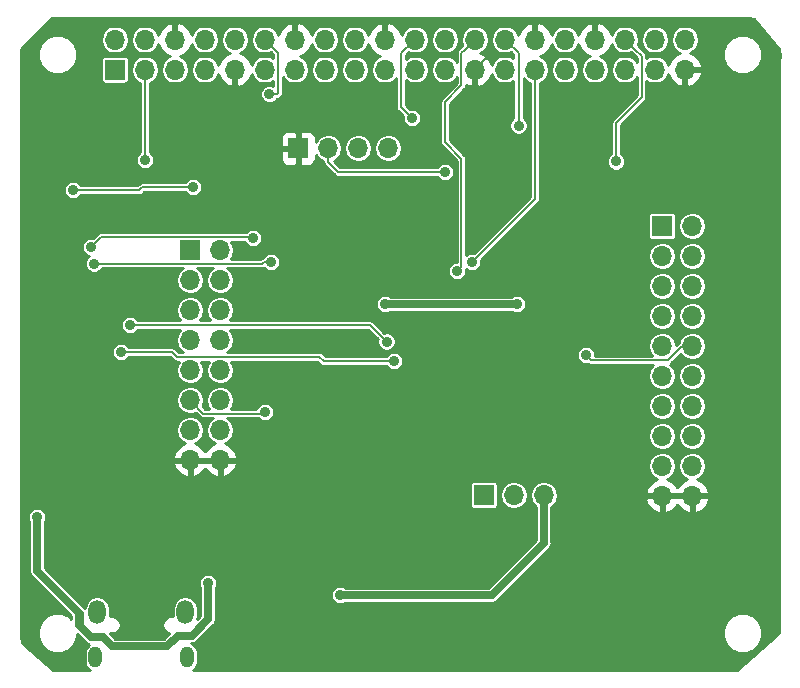
<source format=gbr>
G04 #@! TF.GenerationSoftware,KiCad,Pcbnew,(5.0.2)-1*
G04 #@! TF.CreationDate,2019-10-07T18:48:17-04:00*
G04 #@! TF.ProjectId,RPI_PSOC5,5250495f-5053-44f4-9335-2e6b69636164,X1*
G04 #@! TF.SameCoordinates,Original*
G04 #@! TF.FileFunction,Copper,L2,Bot*
G04 #@! TF.FilePolarity,Positive*
%FSLAX46Y46*%
G04 Gerber Fmt 4.6, Leading zero omitted, Abs format (unit mm)*
G04 Created by KiCad (PCBNEW (5.0.2)-1) date 10/7/2019 6:48:17 PM*
%MOMM*%
%LPD*%
G01*
G04 APERTURE LIST*
G04 #@! TA.AperFunction,ComponentPad*
%ADD10O,1.700000X1.700000*%
G04 #@! TD*
G04 #@! TA.AperFunction,ComponentPad*
%ADD11R,1.700000X1.700000*%
G04 #@! TD*
G04 #@! TA.AperFunction,ComponentPad*
%ADD12O,1.150000X1.800000*%
G04 #@! TD*
G04 #@! TA.AperFunction,ComponentPad*
%ADD13O,1.450000X2.000000*%
G04 #@! TD*
G04 #@! TA.AperFunction,ViaPad*
%ADD14C,0.889000*%
G04 #@! TD*
G04 #@! TA.AperFunction,Conductor*
%ADD15C,0.203200*%
G04 #@! TD*
G04 #@! TA.AperFunction,Conductor*
%ADD16C,0.152400*%
G04 #@! TD*
G04 #@! TA.AperFunction,Conductor*
%ADD17C,0.635000*%
G04 #@! TD*
G04 #@! TA.AperFunction,Conductor*
%ADD18C,0.254000*%
G04 #@! TD*
G04 APERTURE END LIST*
D10*
G04 #@! TO.P,H5,20*
G04 #@! TO.N,GND*
X57243743Y-40872592D03*
G04 #@! TO.P,H5,19*
X54703743Y-40872592D03*
G04 #@! TO.P,H5,18*
G04 #@! TO.N,/P67*
X57243743Y-38332592D03*
G04 #@! TO.P,H5,17*
G04 #@! TO.N,/P68*
X54703743Y-38332592D03*
G04 #@! TO.P,H5,16*
G04 #@! TO.N,/P69*
X57243743Y-35792592D03*
G04 #@! TO.P,H5,15*
G04 #@! TO.N,/P70*
X54703743Y-35792592D03*
G04 #@! TO.P,H5,14*
G04 #@! TO.N,/P71*
X57243743Y-33252592D03*
G04 #@! TO.P,H5,13*
G04 #@! TO.N,/P72*
X54703743Y-33252592D03*
G04 #@! TO.P,H5,12*
G04 #@! TO.N,/P73*
X57243743Y-30712592D03*
G04 #@! TO.P,H5,11*
G04 #@! TO.N,/P74*
X54703743Y-30712592D03*
G04 #@! TO.P,H5,10*
G04 #@! TO.N,/P76*
X57243743Y-28172592D03*
G04 #@! TO.P,H5,9*
G04 #@! TO.N,/P77*
X54703743Y-28172592D03*
G04 #@! TO.P,H5,8*
G04 #@! TO.N,/P78*
X57243743Y-25632592D03*
G04 #@! TO.P,H5,7*
G04 #@! TO.N,/P79*
X54703743Y-25632592D03*
G04 #@! TO.P,H5,6*
G04 #@! TO.N,/P80*
X57243743Y-23092592D03*
G04 #@! TO.P,H5,5*
G04 #@! TO.N,/P81*
X54703743Y-23092592D03*
G04 #@! TO.P,H5,4*
G04 #@! TO.N,/P82*
X57243743Y-20552592D03*
G04 #@! TO.P,H5,3*
G04 #@! TO.N,/P83*
X54703743Y-20552592D03*
G04 #@! TO.P,H5,2*
G04 #@! TO.N,/VZ0*
X57243743Y-18012592D03*
D11*
G04 #@! TO.P,H5,1*
X54703743Y-18012592D03*
G04 #@! TD*
D10*
G04 #@! TO.P,H1,40*
G04 #@! TO.N,/IO_21*
X56630000Y-2230000D03*
G04 #@! TO.P,H1,39*
G04 #@! TO.N,GND*
X56630000Y-4770000D03*
G04 #@! TO.P,H1,38*
G04 #@! TO.N,/IO_20*
X54090000Y-2230000D03*
G04 #@! TO.P,H1,37*
G04 #@! TO.N,/IO_26*
X54090000Y-4770000D03*
G04 #@! TO.P,H1,36*
G04 #@! TO.N,/IO_16*
X51550000Y-2230000D03*
G04 #@! TO.P,H1,35*
G04 #@! TO.N,/IO_19*
X51550000Y-4770000D03*
G04 #@! TO.P,H1,34*
G04 #@! TO.N,GND*
X49010000Y-2230000D03*
G04 #@! TO.P,H1,33*
G04 #@! TO.N,/IO_13*
X49010000Y-4770000D03*
G04 #@! TO.P,H1,32*
G04 #@! TO.N,/IO_12*
X46470000Y-2230000D03*
G04 #@! TO.P,H1,31*
G04 #@! TO.N,/IO_6*
X46470000Y-4770000D03*
G04 #@! TO.P,H1,30*
G04 #@! TO.N,GND*
X43930000Y-2230000D03*
G04 #@! TO.P,H1,29*
G04 #@! TO.N,/IO_5*
X43930000Y-4770000D03*
G04 #@! TO.P,H1,28*
G04 #@! TO.N,/SCL0*
X41390000Y-2230000D03*
G04 #@! TO.P,H1,27*
G04 #@! TO.N,/SDA0*
X41390000Y-4770000D03*
G04 #@! TO.P,H1,26*
G04 #@! TO.N,/SPICE1*
X38850000Y-2230000D03*
G04 #@! TO.P,H1,25*
G04 #@! TO.N,GND*
X38850000Y-4770000D03*
G04 #@! TO.P,H1,24*
G04 #@! TO.N,/SPICE0*
X36310000Y-2230000D03*
G04 #@! TO.P,H1,23*
G04 #@! TO.N,/SPISCK*
X36310000Y-4770000D03*
G04 #@! TO.P,H1,22*
G04 #@! TO.N,/IO_25*
X33770000Y-2230000D03*
G04 #@! TO.P,H1,21*
G04 #@! TO.N,/SPIMISO*
X33770000Y-4770000D03*
G04 #@! TO.P,H1,20*
G04 #@! TO.N,GND*
X31230000Y-2230000D03*
G04 #@! TO.P,H1,19*
G04 #@! TO.N,/SPIMOSI*
X31230000Y-4770000D03*
G04 #@! TO.P,H1,18*
G04 #@! TO.N,/IO_24*
X28690000Y-2230000D03*
G04 #@! TO.P,H1,17*
G04 #@! TO.N,+3V3*
X28690000Y-4770000D03*
G04 #@! TO.P,H1,16*
G04 #@! TO.N,/IO_23*
X26150000Y-2230000D03*
G04 #@! TO.P,H1,15*
G04 #@! TO.N,N/C*
X26150000Y-4770000D03*
G04 #@! TO.P,H1,14*
G04 #@! TO.N,GND*
X23610000Y-2230000D03*
G04 #@! TO.P,H1,13*
G04 #@! TO.N,/IO_27*
X23610000Y-4770000D03*
G04 #@! TO.P,H1,12*
G04 #@! TO.N,/IO_18*
X21070000Y-2230000D03*
G04 #@! TO.P,H1,11*
G04 #@! TO.N,/IO_17*
X21070000Y-4770000D03*
G04 #@! TO.P,H1,10*
G04 #@! TO.N,/RXD0*
X18530000Y-2230000D03*
G04 #@! TO.P,H1,9*
G04 #@! TO.N,GND*
X18530000Y-4770000D03*
G04 #@! TO.P,H1,8*
G04 #@! TO.N,/TXD0*
X15990000Y-2230000D03*
G04 #@! TO.P,H1,7*
G04 #@! TO.N,/IO_4*
X15990000Y-4770000D03*
G04 #@! TO.P,H1,6*
G04 #@! TO.N,GND*
X13450000Y-2230000D03*
G04 #@! TO.P,H1,5*
G04 #@! TO.N,/SCL1*
X13450000Y-4770000D03*
G04 #@! TO.P,H1,4*
G04 #@! TO.N,+5V*
X10910000Y-2230000D03*
G04 #@! TO.P,H1,3*
G04 #@! TO.N,/SDA1*
X10910000Y-4770000D03*
G04 #@! TO.P,H1,2*
G04 #@! TO.N,+5V*
X8370000Y-2230000D03*
D11*
G04 #@! TO.P,H1,1*
G04 #@! TO.N,+3V3*
X8370000Y-4770000D03*
G04 #@! TD*
D12*
G04 #@! TO.P,J1,6*
G04 #@! TO.N,N/C*
X14475000Y-54528000D03*
X6725000Y-54528000D03*
D13*
X14325000Y-50728000D03*
X6875000Y-50728000D03*
G04 #@! TD*
D10*
G04 #@! TO.P,H3,3*
G04 #@! TO.N,+5V*
X44680000Y-40800000D03*
G04 #@! TO.P,H3,2*
G04 #@! TO.N,/VZ0*
X42140000Y-40800000D03*
D11*
G04 #@! TO.P,H3,1*
G04 #@! TO.N,+3V3*
X39600000Y-40800000D03*
G04 #@! TD*
G04 #@! TO.P,H4,1*
G04 #@! TO.N,+3V3*
X14732000Y-20066000D03*
D10*
G04 #@! TO.P,H4,2*
X17272000Y-20066000D03*
G04 #@! TO.P,H4,3*
G04 #@! TO.N,/P42*
X14732000Y-22606000D03*
G04 #@! TO.P,H4,4*
G04 #@! TO.N,/P43*
X17272000Y-22606000D03*
G04 #@! TO.P,H4,5*
G04 #@! TO.N,/P44*
X14732000Y-25146000D03*
G04 #@! TO.P,H4,6*
G04 #@! TO.N,/P45*
X17272000Y-25146000D03*
G04 #@! TO.P,H4,7*
G04 #@! TO.N,/P46*
X14732000Y-27686000D03*
G04 #@! TO.P,H4,8*
G04 #@! TO.N,/P47*
X17272000Y-27686000D03*
G04 #@! TO.P,H4,9*
G04 #@! TO.N,/P48*
X14732000Y-30226000D03*
G04 #@! TO.P,H4,10*
G04 #@! TO.N,/P49*
X17272000Y-30226000D03*
G04 #@! TO.P,H4,11*
G04 #@! TO.N,/P51*
X14732000Y-32766000D03*
G04 #@! TO.P,H4,12*
G04 #@! TO.N,/P52*
X17272000Y-32766000D03*
G04 #@! TO.P,H4,13*
G04 #@! TO.N,/P55*
X14732000Y-35306000D03*
G04 #@! TO.P,H4,14*
G04 #@! TO.N,/P56*
X17272000Y-35306000D03*
G04 #@! TO.P,H4,15*
G04 #@! TO.N,GND*
X14732000Y-37846000D03*
G04 #@! TO.P,H4,16*
X17272000Y-37846000D03*
G04 #@! TD*
D11*
G04 #@! TO.P,H2,1*
G04 #@! TO.N,GND*
X23876000Y-11430000D03*
D10*
G04 #@! TO.P,H2,2*
G04 #@! TO.N,Net-(C1-Pad1)*
X26416000Y-11430000D03*
G04 #@! TO.P,H2,3*
G04 #@! TO.N,Net-(H2-Pad3)*
X28956000Y-11430000D03*
G04 #@! TO.P,H2,4*
G04 #@! TO.N,Net-(H2-Pad4)*
X31496000Y-11430000D03*
G04 #@! TD*
D14*
G04 #@! TO.N,GND*
X35306000Y-9137900D03*
X6350000Y-10922000D03*
X45466000Y-24130000D03*
X30988000Y-23398100D03*
X36830000Y-14478000D03*
X18542000Y-41402000D03*
X25400000Y-54102000D03*
X23114000Y-41656000D03*
X37592000Y-37084000D03*
X36322000Y-29464000D03*
X38354000Y-29718000D03*
X11938000Y-49022000D03*
X24765000Y-14439900D03*
X48895000Y-31877000D03*
X48006000Y-13335000D03*
X23114000Y-32004000D03*
G04 #@! TO.N,/IO_18*
X21450290Y-6858000D03*
G04 #@! TO.N,/IO_5*
X38608000Y-21082000D03*
G04 #@! TO.N,/IO_25*
X33528000Y-8890000D03*
G04 #@! TO.N,/SPICE1*
X37338000Y-21845900D03*
G04 #@! TO.N,/IO_16*
X50809175Y-12556075D03*
G04 #@! TO.N,/SDA1*
X32004000Y-29464000D03*
X10922000Y-12446000D03*
X8890000Y-28702000D03*
G04 #@! TO.N,+5V*
X1778000Y-42672000D03*
X16256000Y-48260000D03*
X27432000Y-49276000D03*
G04 #@! TO.N,/P51*
X21067544Y-33782000D03*
G04 #@! TO.N,/P76*
X48260000Y-28956000D03*
G04 #@! TO.N,Net-(D1-Pad1)*
X14986000Y-14732000D03*
X4826000Y-14986000D03*
G04 #@! TO.N,/SCL0*
X42545000Y-9525000D03*
G04 #@! TO.N,/SCL1*
X31372875Y-27809125D03*
X9652000Y-26416000D03*
G04 #@! TO.N,Net-(C1-Pad1)*
X36322000Y-13462000D03*
G04 #@! TO.N,Net-(J1-Pad3)*
X21590000Y-21082000D03*
X6604000Y-21195401D03*
G04 #@! TO.N,Net-(J1-Pad2)*
X6350000Y-19812000D03*
X20066000Y-19050000D03*
G04 #@! TO.N,Net-(C4-Pad2)*
X31242000Y-24638000D03*
X42402000Y-24638000D03*
G04 #@! TD*
D15*
G04 #@! TO.N,GND*
X39699999Y-3920001D02*
X39767999Y-3920001D01*
X38850000Y-4770000D02*
X39699999Y-3920001D01*
G04 #@! TO.N,/SPICE0*
X36310000Y-2230000D02*
X36310000Y-2283000D01*
G04 #@! TO.N,/IO_18*
X21070000Y-2230000D02*
X21144000Y-2230000D01*
D16*
X21919999Y-3079999D02*
X21070000Y-2230000D01*
X22199401Y-3359401D02*
X21919999Y-3079999D01*
X22199401Y-6737506D02*
X22199401Y-3359401D01*
X22078907Y-6858000D02*
X22199401Y-6737506D01*
X21450290Y-6858000D02*
X22078907Y-6858000D01*
D15*
G04 #@! TO.N,/IO_23*
X26150000Y-2230000D02*
X26150000Y-2283000D01*
G04 #@! TO.N,/IO_24*
X28690000Y-2230000D02*
X28764000Y-2230000D01*
D16*
G04 #@! TO.N,/IO_5*
X43930000Y-15760000D02*
X43930000Y-4770000D01*
X38608000Y-21082000D02*
X43930000Y-15760000D01*
D15*
G04 #@! TO.N,/IO_25*
X33770000Y-2230000D02*
X33770000Y-2304000D01*
X33770000Y-2230000D02*
X33844000Y-2230000D01*
X33770000Y-2280800D02*
X33770000Y-2298000D01*
X33770000Y-2230000D02*
X33770000Y-2298000D01*
X32601599Y-7963599D02*
X33528000Y-8890000D01*
X33770000Y-2230000D02*
X32601599Y-3398401D01*
X32601599Y-3398401D02*
X32601599Y-7963599D01*
G04 #@! TO.N,/SPICE1*
X38850000Y-2230000D02*
X38873200Y-2230000D01*
X38850000Y-2230000D02*
X38850000Y-2274000D01*
D16*
X37986401Y-3093599D02*
X38850000Y-2230000D01*
X37706999Y-3373001D02*
X37986401Y-3093599D01*
X37338000Y-21845900D02*
X37706999Y-21476901D01*
X37706999Y-21476901D02*
X37706999Y-12306999D01*
X37706999Y-12306999D02*
X36322000Y-10922000D01*
X36322000Y-10922000D02*
X36322000Y-7480999D01*
X36322000Y-7480999D02*
X37706999Y-6096000D01*
X37706999Y-6096000D02*
X37706999Y-3373001D01*
G04 #@! TO.N,/IO_16*
X50809175Y-12556075D02*
X50809175Y-9261825D01*
X52399999Y-3079999D02*
X51550000Y-2230000D01*
X52960599Y-3640599D02*
X52399999Y-3079999D01*
X52960599Y-7110401D02*
X52960599Y-3640599D01*
X50809175Y-9261825D02*
X52960599Y-7110401D01*
G04 #@! TO.N,/SDA1*
X10910000Y-4770000D02*
X10910000Y-12434000D01*
X10910000Y-12434000D02*
X10922000Y-12446000D01*
X13208000Y-28702000D02*
X8890000Y-28702000D01*
X26034100Y-29464000D02*
X25666699Y-29096599D01*
X25666699Y-29096599D02*
X13602599Y-29096599D01*
X13602599Y-29096599D02*
X13208000Y-28702000D01*
X32004000Y-29464000D02*
X26034100Y-29464000D01*
D17*
G04 #@! TO.N,+5V*
X1778000Y-47244000D02*
X1778000Y-42672000D01*
X16256000Y-48260000D02*
X16256000Y-51308000D01*
X16256000Y-51308000D02*
X14865299Y-52698701D01*
X13703937Y-52698701D02*
X12808638Y-53594000D01*
X12808638Y-53594000D02*
X8128000Y-53594000D01*
X14865299Y-52698701D02*
X13703937Y-52698701D01*
X5334000Y-50800000D02*
X5334000Y-51816000D01*
X5334000Y-50800000D02*
X5080000Y-50546000D01*
X6350000Y-52832000D02*
X7366000Y-52832000D01*
X5334000Y-51816000D02*
X6350000Y-52832000D01*
X8128000Y-53594000D02*
X7366000Y-52832000D01*
X5370701Y-51779299D02*
X5334000Y-51816000D01*
X5370701Y-50836701D02*
X5370701Y-51779299D01*
X4318000Y-49784000D02*
X5370701Y-50836701D01*
X4318000Y-49784000D02*
X1778000Y-47244000D01*
X5080000Y-50546000D02*
X4318000Y-49784000D01*
X37973000Y-49276000D02*
X40259000Y-49276000D01*
X27432000Y-49276000D02*
X37973000Y-49276000D01*
X44680000Y-44855000D02*
X44680000Y-40800000D01*
X40259000Y-49276000D02*
X44680000Y-44855000D01*
D16*
G04 #@! TO.N,/P51*
X14732000Y-32766000D02*
X15861401Y-33895401D01*
X15861401Y-33895401D02*
X20968599Y-33895401D01*
X20968599Y-33895401D02*
X21067544Y-33782000D01*
G04 #@! TO.N,/P76*
X48704499Y-29400499D02*
X48260000Y-28956000D01*
X55167478Y-29400499D02*
X48704499Y-29400499D01*
X56395385Y-28172592D02*
X55167478Y-29400499D01*
X57243743Y-28172592D02*
X56395385Y-28172592D01*
G04 #@! TO.N,Net-(D1-Pad1)*
X14986000Y-14732000D02*
X10668000Y-14732000D01*
X10668000Y-14732000D02*
X10414000Y-14986000D01*
X10414000Y-14986000D02*
X4826000Y-14986000D01*
D15*
G04 #@! TO.N,/SCL0*
X41390000Y-2230000D02*
X41390000Y-2600500D01*
X42545000Y-3385000D02*
X41390000Y-2230000D01*
X42545000Y-9525000D02*
X42545000Y-3385000D01*
D16*
G04 #@! TO.N,/SCL1*
X31372875Y-27809125D02*
X29979750Y-26416000D01*
X29979750Y-26416000D02*
X9652000Y-26416000D01*
G04 #@! TO.N,Net-(C1-Pad1)*
X26416000Y-12598400D02*
X27279600Y-13462000D01*
X26416000Y-11430000D02*
X26416000Y-12598400D01*
X34798000Y-13462000D02*
X36322000Y-13462000D01*
X27279600Y-13462000D02*
X34798000Y-13462000D01*
G04 #@! TO.N,Net-(J1-Pad3)*
X20961383Y-21082000D02*
X20847982Y-21195401D01*
X21590000Y-21082000D02*
X20961383Y-21082000D01*
X20847982Y-21195401D02*
X6604000Y-21195401D01*
G04 #@! TO.N,Net-(J1-Pad2)*
X19952599Y-18936599D02*
X20066000Y-19050000D01*
X6350000Y-19812000D02*
X7225401Y-18936599D01*
X7225401Y-18936599D02*
X19952599Y-18936599D01*
D17*
G04 #@! TO.N,Net-(C4-Pad2)*
X31242000Y-24638000D02*
X42402000Y-24638000D01*
G04 #@! TD*
D18*
G04 #@! TO.N,GND*
G36*
X62502397Y-518536D02*
X64609936Y-3009265D01*
X64651738Y-3627217D01*
X64623140Y-3945769D01*
X64619800Y-3962558D01*
X64619801Y-52479402D01*
X64619562Y-52481605D01*
X61062941Y-55619800D01*
X14956718Y-55619800D01*
X15127612Y-55505612D01*
X15327679Y-55206191D01*
X15380200Y-54942150D01*
X15380200Y-54113850D01*
X15327679Y-53849809D01*
X15127612Y-53550388D01*
X14831147Y-53352297D01*
X14865299Y-53359090D01*
X14929091Y-53346401D01*
X15118019Y-53308821D01*
X15332265Y-53165667D01*
X15368404Y-53111581D01*
X16314198Y-52165787D01*
X59819800Y-52165787D01*
X59819800Y-52834213D01*
X60075595Y-53451757D01*
X60548243Y-53924405D01*
X61165787Y-54180200D01*
X61834213Y-54180200D01*
X62451757Y-53924405D01*
X62924405Y-53451757D01*
X63180200Y-52834213D01*
X63180200Y-52165787D01*
X62924405Y-51548243D01*
X62451757Y-51075595D01*
X61834213Y-50819800D01*
X61165787Y-50819800D01*
X60548243Y-51075595D01*
X60075595Y-51548243D01*
X59819800Y-52165787D01*
X16314198Y-52165787D01*
X16668883Y-51811103D01*
X16722966Y-51774966D01*
X16866120Y-51560720D01*
X16903700Y-51371792D01*
X16916389Y-51308001D01*
X16903700Y-51244210D01*
X16903700Y-49121903D01*
X26657300Y-49121903D01*
X26657300Y-49430097D01*
X26775241Y-49714832D01*
X26993168Y-49932759D01*
X27277903Y-50050700D01*
X27586097Y-50050700D01*
X27870832Y-49932759D01*
X27879891Y-49923700D01*
X40195208Y-49923700D01*
X40259000Y-49936389D01*
X40322792Y-49923700D01*
X40511720Y-49886120D01*
X40725966Y-49742966D01*
X40762105Y-49688880D01*
X45092884Y-45358102D01*
X45146966Y-45321966D01*
X45290120Y-45107720D01*
X45327700Y-44918792D01*
X45327700Y-44918791D01*
X45340389Y-44855001D01*
X45327700Y-44791210D01*
X45327700Y-41786634D01*
X45530876Y-41650876D01*
X45791724Y-41260491D01*
X45797892Y-41229482D01*
X53262267Y-41229482D01*
X53432098Y-41639516D01*
X53822385Y-42067775D01*
X54346851Y-42314078D01*
X54576743Y-42193411D01*
X54576743Y-40999592D01*
X54830743Y-40999592D01*
X54830743Y-42193411D01*
X55060635Y-42314078D01*
X55585101Y-42067775D01*
X55973743Y-41641321D01*
X56362385Y-42067775D01*
X56886851Y-42314078D01*
X57116743Y-42193411D01*
X57116743Y-40999592D01*
X57370743Y-40999592D01*
X57370743Y-42193411D01*
X57600635Y-42314078D01*
X58125101Y-42067775D01*
X58515388Y-41639516D01*
X58685219Y-41229482D01*
X58563898Y-40999592D01*
X57370743Y-40999592D01*
X57116743Y-40999592D01*
X54830743Y-40999592D01*
X54576743Y-40999592D01*
X53383588Y-40999592D01*
X53262267Y-41229482D01*
X45797892Y-41229482D01*
X45883321Y-40800000D01*
X45826771Y-40515702D01*
X53262267Y-40515702D01*
X53383588Y-40745592D01*
X54576743Y-40745592D01*
X54576743Y-40725592D01*
X54830743Y-40725592D01*
X54830743Y-40745592D01*
X57116743Y-40745592D01*
X57116743Y-40725592D01*
X57370743Y-40725592D01*
X57370743Y-40745592D01*
X58563898Y-40745592D01*
X58685219Y-40515702D01*
X58515388Y-40105668D01*
X58125101Y-39677409D01*
X57651219Y-39454861D01*
X57704234Y-39444316D01*
X58094619Y-39183468D01*
X58355467Y-38793083D01*
X58447064Y-38332592D01*
X58355467Y-37872101D01*
X58094619Y-37481716D01*
X57704234Y-37220868D01*
X57359981Y-37152392D01*
X57127505Y-37152392D01*
X56783252Y-37220868D01*
X56392867Y-37481716D01*
X56132019Y-37872101D01*
X56040422Y-38332592D01*
X56132019Y-38793083D01*
X56392867Y-39183468D01*
X56783252Y-39444316D01*
X56836267Y-39454861D01*
X56362385Y-39677409D01*
X55973743Y-40103863D01*
X55585101Y-39677409D01*
X55111219Y-39454861D01*
X55164234Y-39444316D01*
X55554619Y-39183468D01*
X55815467Y-38793083D01*
X55907064Y-38332592D01*
X55815467Y-37872101D01*
X55554619Y-37481716D01*
X55164234Y-37220868D01*
X54819981Y-37152392D01*
X54587505Y-37152392D01*
X54243252Y-37220868D01*
X53852867Y-37481716D01*
X53592019Y-37872101D01*
X53500422Y-38332592D01*
X53592019Y-38793083D01*
X53852867Y-39183468D01*
X54243252Y-39444316D01*
X54296267Y-39454861D01*
X53822385Y-39677409D01*
X53432098Y-40105668D01*
X53262267Y-40515702D01*
X45826771Y-40515702D01*
X45791724Y-40339509D01*
X45530876Y-39949124D01*
X45140491Y-39688276D01*
X44796238Y-39619800D01*
X44563762Y-39619800D01*
X44219509Y-39688276D01*
X43829124Y-39949124D01*
X43568276Y-40339509D01*
X43476679Y-40800000D01*
X43568276Y-41260491D01*
X43829124Y-41650876D01*
X44032301Y-41786635D01*
X44032300Y-44586714D01*
X39990715Y-48628300D01*
X27879891Y-48628300D01*
X27870832Y-48619241D01*
X27586097Y-48501300D01*
X27277903Y-48501300D01*
X26993168Y-48619241D01*
X26775241Y-48837168D01*
X26657300Y-49121903D01*
X16903700Y-49121903D01*
X16903700Y-48707891D01*
X16912759Y-48698832D01*
X17030700Y-48414097D01*
X17030700Y-48105903D01*
X16912759Y-47821168D01*
X16694832Y-47603241D01*
X16410097Y-47485300D01*
X16101903Y-47485300D01*
X15817168Y-47603241D01*
X15599241Y-47821168D01*
X15481300Y-48105903D01*
X15481300Y-48414097D01*
X15599241Y-48698832D01*
X15608300Y-48707891D01*
X15608301Y-51039713D01*
X15340250Y-51307764D01*
X15380200Y-51106924D01*
X15380200Y-50349075D01*
X15318976Y-50041282D01*
X15085756Y-49692244D01*
X14736717Y-49459024D01*
X14325000Y-49377128D01*
X13913282Y-49459024D01*
X13564244Y-49692244D01*
X13331024Y-50041283D01*
X13269800Y-50349076D01*
X13269800Y-51067270D01*
X13171916Y-51047800D01*
X13028084Y-51047800D01*
X12815090Y-51090167D01*
X12573555Y-51251555D01*
X12412167Y-51493090D01*
X12355495Y-51778000D01*
X12412167Y-52062910D01*
X12573555Y-52304445D01*
X12815090Y-52465833D01*
X12986687Y-52499966D01*
X12540353Y-52946300D01*
X8396286Y-52946300D01*
X7940829Y-52490844D01*
X8028084Y-52508200D01*
X8171916Y-52508200D01*
X8384910Y-52465833D01*
X8626445Y-52304445D01*
X8787833Y-52062910D01*
X8844505Y-51778000D01*
X8787833Y-51493090D01*
X8626445Y-51251555D01*
X8384910Y-51090167D01*
X8171916Y-51047800D01*
X8028084Y-51047800D01*
X7930200Y-51067270D01*
X7930200Y-50349075D01*
X7868976Y-50041282D01*
X7635756Y-49692244D01*
X7286717Y-49459024D01*
X6875000Y-49377128D01*
X6463282Y-49459024D01*
X6114244Y-49692244D01*
X5881024Y-50041283D01*
X5819800Y-50349076D01*
X5819800Y-50357797D01*
X5815666Y-50355035D01*
X5800966Y-50333034D01*
X5746883Y-50296897D01*
X5583104Y-50133118D01*
X5583101Y-50133114D01*
X4821102Y-49371116D01*
X4821100Y-49371114D01*
X2425700Y-46975715D01*
X2425700Y-43119891D01*
X2434759Y-43110832D01*
X2552700Y-42826097D01*
X2552700Y-42517903D01*
X2434759Y-42233168D01*
X2216832Y-42015241D01*
X1932097Y-41897300D01*
X1623903Y-41897300D01*
X1339168Y-42015241D01*
X1121241Y-42233168D01*
X1003300Y-42517903D01*
X1003300Y-42826097D01*
X1121241Y-43110832D01*
X1130301Y-43119892D01*
X1130300Y-47180208D01*
X1117611Y-47244000D01*
X1130300Y-47307791D01*
X1167880Y-47496719D01*
X1311034Y-47710966D01*
X1365120Y-47747105D01*
X3905114Y-50287100D01*
X3905116Y-50287102D01*
X4667114Y-51049101D01*
X4667118Y-51049104D01*
X4686300Y-51068286D01*
X4686301Y-51310139D01*
X4451757Y-51075595D01*
X3834213Y-50819800D01*
X3165787Y-50819800D01*
X2548243Y-51075595D01*
X2075595Y-51548243D01*
X1819800Y-52165787D01*
X1819800Y-52834213D01*
X2075595Y-53451757D01*
X2548243Y-53924405D01*
X3165787Y-54180200D01*
X3834213Y-54180200D01*
X4451757Y-53924405D01*
X4924405Y-53451757D01*
X5180200Y-52834213D01*
X5180200Y-52578185D01*
X5846897Y-53244883D01*
X5883034Y-53298966D01*
X6097280Y-53442120D01*
X6202962Y-53463141D01*
X6072388Y-53550388D01*
X5872321Y-53849810D01*
X5819800Y-54113851D01*
X5819800Y-54942150D01*
X5872322Y-55206191D01*
X6072389Y-55505612D01*
X6243283Y-55619800D01*
X3520589Y-55619800D01*
X3142571Y-55578734D01*
X498511Y-53341453D01*
X497281Y-53338377D01*
X384785Y-52658849D01*
X380200Y-52494684D01*
X380200Y-39950000D01*
X38413331Y-39950000D01*
X38413331Y-41650000D01*
X38438958Y-41778838D01*
X38511939Y-41888061D01*
X38621162Y-41961042D01*
X38750000Y-41986669D01*
X40450000Y-41986669D01*
X40578838Y-41961042D01*
X40688061Y-41888061D01*
X40761042Y-41778838D01*
X40786669Y-41650000D01*
X40786669Y-40800000D01*
X40936679Y-40800000D01*
X41028276Y-41260491D01*
X41289124Y-41650876D01*
X41679509Y-41911724D01*
X42023762Y-41980200D01*
X42256238Y-41980200D01*
X42600491Y-41911724D01*
X42990876Y-41650876D01*
X43251724Y-41260491D01*
X43343321Y-40800000D01*
X43251724Y-40339509D01*
X42990876Y-39949124D01*
X42600491Y-39688276D01*
X42256238Y-39619800D01*
X42023762Y-39619800D01*
X41679509Y-39688276D01*
X41289124Y-39949124D01*
X41028276Y-40339509D01*
X40936679Y-40800000D01*
X40786669Y-40800000D01*
X40786669Y-39950000D01*
X40761042Y-39821162D01*
X40688061Y-39711939D01*
X40578838Y-39638958D01*
X40450000Y-39613331D01*
X38750000Y-39613331D01*
X38621162Y-39638958D01*
X38511939Y-39711939D01*
X38438958Y-39821162D01*
X38413331Y-39950000D01*
X380200Y-39950000D01*
X380200Y-38202890D01*
X13290524Y-38202890D01*
X13460355Y-38612924D01*
X13850642Y-39041183D01*
X14375108Y-39287486D01*
X14605000Y-39166819D01*
X14605000Y-37973000D01*
X14859000Y-37973000D01*
X14859000Y-39166819D01*
X15088892Y-39287486D01*
X15613358Y-39041183D01*
X16002000Y-38614729D01*
X16390642Y-39041183D01*
X16915108Y-39287486D01*
X17145000Y-39166819D01*
X17145000Y-37973000D01*
X17399000Y-37973000D01*
X17399000Y-39166819D01*
X17628892Y-39287486D01*
X18153358Y-39041183D01*
X18543645Y-38612924D01*
X18713476Y-38202890D01*
X18592155Y-37973000D01*
X17399000Y-37973000D01*
X17145000Y-37973000D01*
X14859000Y-37973000D01*
X14605000Y-37973000D01*
X13411845Y-37973000D01*
X13290524Y-38202890D01*
X380200Y-38202890D01*
X380200Y-37489110D01*
X13290524Y-37489110D01*
X13411845Y-37719000D01*
X14605000Y-37719000D01*
X14605000Y-37699000D01*
X14859000Y-37699000D01*
X14859000Y-37719000D01*
X17145000Y-37719000D01*
X17145000Y-37699000D01*
X17399000Y-37699000D01*
X17399000Y-37719000D01*
X18592155Y-37719000D01*
X18713476Y-37489110D01*
X18543645Y-37079076D01*
X18153358Y-36650817D01*
X17679476Y-36428269D01*
X17732491Y-36417724D01*
X18122876Y-36156876D01*
X18366283Y-35792592D01*
X53500422Y-35792592D01*
X53592019Y-36253083D01*
X53852867Y-36643468D01*
X54243252Y-36904316D01*
X54587505Y-36972792D01*
X54819981Y-36972792D01*
X55164234Y-36904316D01*
X55554619Y-36643468D01*
X55815467Y-36253083D01*
X55907064Y-35792592D01*
X56040422Y-35792592D01*
X56132019Y-36253083D01*
X56392867Y-36643468D01*
X56783252Y-36904316D01*
X57127505Y-36972792D01*
X57359981Y-36972792D01*
X57704234Y-36904316D01*
X58094619Y-36643468D01*
X58355467Y-36253083D01*
X58447064Y-35792592D01*
X58355467Y-35332101D01*
X58094619Y-34941716D01*
X57704234Y-34680868D01*
X57359981Y-34612392D01*
X57127505Y-34612392D01*
X56783252Y-34680868D01*
X56392867Y-34941716D01*
X56132019Y-35332101D01*
X56040422Y-35792592D01*
X55907064Y-35792592D01*
X55815467Y-35332101D01*
X55554619Y-34941716D01*
X55164234Y-34680868D01*
X54819981Y-34612392D01*
X54587505Y-34612392D01*
X54243252Y-34680868D01*
X53852867Y-34941716D01*
X53592019Y-35332101D01*
X53500422Y-35792592D01*
X18366283Y-35792592D01*
X18383724Y-35766491D01*
X18475321Y-35306000D01*
X18383724Y-34845509D01*
X18122876Y-34455124D01*
X17893413Y-34301801D01*
X20491754Y-34301801D01*
X20628712Y-34438759D01*
X20913447Y-34556700D01*
X21221641Y-34556700D01*
X21506376Y-34438759D01*
X21724303Y-34220832D01*
X21842244Y-33936097D01*
X21842244Y-33627903D01*
X21724303Y-33343168D01*
X21633727Y-33252592D01*
X53500422Y-33252592D01*
X53592019Y-33713083D01*
X53852867Y-34103468D01*
X54243252Y-34364316D01*
X54587505Y-34432792D01*
X54819981Y-34432792D01*
X55164234Y-34364316D01*
X55554619Y-34103468D01*
X55815467Y-33713083D01*
X55907064Y-33252592D01*
X56040422Y-33252592D01*
X56132019Y-33713083D01*
X56392867Y-34103468D01*
X56783252Y-34364316D01*
X57127505Y-34432792D01*
X57359981Y-34432792D01*
X57704234Y-34364316D01*
X58094619Y-34103468D01*
X58355467Y-33713083D01*
X58447064Y-33252592D01*
X58355467Y-32792101D01*
X58094619Y-32401716D01*
X57704234Y-32140868D01*
X57359981Y-32072392D01*
X57127505Y-32072392D01*
X56783252Y-32140868D01*
X56392867Y-32401716D01*
X56132019Y-32792101D01*
X56040422Y-33252592D01*
X55907064Y-33252592D01*
X55815467Y-32792101D01*
X55554619Y-32401716D01*
X55164234Y-32140868D01*
X54819981Y-32072392D01*
X54587505Y-32072392D01*
X54243252Y-32140868D01*
X53852867Y-32401716D01*
X53592019Y-32792101D01*
X53500422Y-33252592D01*
X21633727Y-33252592D01*
X21506376Y-33125241D01*
X21221641Y-33007300D01*
X20913447Y-33007300D01*
X20628712Y-33125241D01*
X20410785Y-33343168D01*
X20350379Y-33489001D01*
X18208320Y-33489001D01*
X18383724Y-33226491D01*
X18475321Y-32766000D01*
X18383724Y-32305509D01*
X18122876Y-31915124D01*
X17732491Y-31654276D01*
X17388238Y-31585800D01*
X17155762Y-31585800D01*
X16811509Y-31654276D01*
X16421124Y-31915124D01*
X16160276Y-32305509D01*
X16068679Y-32766000D01*
X16160276Y-33226491D01*
X16335680Y-33489001D01*
X16029737Y-33489001D01*
X15813083Y-33272348D01*
X15843724Y-33226491D01*
X15935321Y-32766000D01*
X15843724Y-32305509D01*
X15582876Y-31915124D01*
X15192491Y-31654276D01*
X14848238Y-31585800D01*
X14615762Y-31585800D01*
X14271509Y-31654276D01*
X13881124Y-31915124D01*
X13620276Y-32305509D01*
X13528679Y-32766000D01*
X13620276Y-33226491D01*
X13881124Y-33616876D01*
X14271509Y-33877724D01*
X14615762Y-33946200D01*
X14848238Y-33946200D01*
X15192491Y-33877724D01*
X15238348Y-33847083D01*
X15545733Y-34154469D01*
X15568404Y-34188398D01*
X15702832Y-34278221D01*
X15821378Y-34301801D01*
X15821382Y-34301801D01*
X15861400Y-34309761D01*
X15901418Y-34301801D01*
X16650587Y-34301801D01*
X16421124Y-34455124D01*
X16160276Y-34845509D01*
X16068679Y-35306000D01*
X16160276Y-35766491D01*
X16421124Y-36156876D01*
X16811509Y-36417724D01*
X16864524Y-36428269D01*
X16390642Y-36650817D01*
X16002000Y-37077271D01*
X15613358Y-36650817D01*
X15139476Y-36428269D01*
X15192491Y-36417724D01*
X15582876Y-36156876D01*
X15843724Y-35766491D01*
X15935321Y-35306000D01*
X15843724Y-34845509D01*
X15582876Y-34455124D01*
X15192491Y-34194276D01*
X14848238Y-34125800D01*
X14615762Y-34125800D01*
X14271509Y-34194276D01*
X13881124Y-34455124D01*
X13620276Y-34845509D01*
X13528679Y-35306000D01*
X13620276Y-35766491D01*
X13881124Y-36156876D01*
X14271509Y-36417724D01*
X14324524Y-36428269D01*
X13850642Y-36650817D01*
X13460355Y-37079076D01*
X13290524Y-37489110D01*
X380200Y-37489110D01*
X380200Y-28547903D01*
X8115300Y-28547903D01*
X8115300Y-28856097D01*
X8233241Y-29140832D01*
X8451168Y-29358759D01*
X8735903Y-29476700D01*
X9044097Y-29476700D01*
X9328832Y-29358759D01*
X9546759Y-29140832D01*
X9560193Y-29108400D01*
X13039665Y-29108400D01*
X13286930Y-29355666D01*
X13309602Y-29389596D01*
X13444030Y-29479419D01*
X13562576Y-29502999D01*
X13562580Y-29502999D01*
X13602598Y-29510959D01*
X13642616Y-29502999D01*
X13795680Y-29502999D01*
X13620276Y-29765509D01*
X13528679Y-30226000D01*
X13620276Y-30686491D01*
X13881124Y-31076876D01*
X14271509Y-31337724D01*
X14615762Y-31406200D01*
X14848238Y-31406200D01*
X15192491Y-31337724D01*
X15582876Y-31076876D01*
X15843724Y-30686491D01*
X15935321Y-30226000D01*
X15843724Y-29765509D01*
X15668320Y-29502999D01*
X16335680Y-29502999D01*
X16160276Y-29765509D01*
X16068679Y-30226000D01*
X16160276Y-30686491D01*
X16421124Y-31076876D01*
X16811509Y-31337724D01*
X17155762Y-31406200D01*
X17388238Y-31406200D01*
X17732491Y-31337724D01*
X18122876Y-31076876D01*
X18383724Y-30686491D01*
X18475321Y-30226000D01*
X18383724Y-29765509D01*
X18208320Y-29502999D01*
X25498364Y-29502999D01*
X25718432Y-29723068D01*
X25741103Y-29756997D01*
X25875531Y-29846820D01*
X25994077Y-29870400D01*
X25994085Y-29870400D01*
X26034099Y-29878359D01*
X26074114Y-29870400D01*
X31333807Y-29870400D01*
X31347241Y-29902832D01*
X31565168Y-30120759D01*
X31849903Y-30238700D01*
X32158097Y-30238700D01*
X32442832Y-30120759D01*
X32660759Y-29902832D01*
X32778700Y-29618097D01*
X32778700Y-29309903D01*
X32660759Y-29025168D01*
X32442832Y-28807241D01*
X32429945Y-28801903D01*
X47485300Y-28801903D01*
X47485300Y-29110097D01*
X47603241Y-29394832D01*
X47821168Y-29612759D01*
X48105903Y-29730700D01*
X48414097Y-29730700D01*
X48446866Y-29717127D01*
X48545929Y-29783319D01*
X48572683Y-29788640D01*
X48664476Y-29806899D01*
X48664479Y-29806899D01*
X48704499Y-29814859D01*
X48744518Y-29806899D01*
X53934906Y-29806899D01*
X53852867Y-29861716D01*
X53592019Y-30252101D01*
X53500422Y-30712592D01*
X53592019Y-31173083D01*
X53852867Y-31563468D01*
X54243252Y-31824316D01*
X54587505Y-31892792D01*
X54819981Y-31892792D01*
X55164234Y-31824316D01*
X55554619Y-31563468D01*
X55815467Y-31173083D01*
X55907064Y-30712592D01*
X56040422Y-30712592D01*
X56132019Y-31173083D01*
X56392867Y-31563468D01*
X56783252Y-31824316D01*
X57127505Y-31892792D01*
X57359981Y-31892792D01*
X57704234Y-31824316D01*
X58094619Y-31563468D01*
X58355467Y-31173083D01*
X58447064Y-30712592D01*
X58355467Y-30252101D01*
X58094619Y-29861716D01*
X57704234Y-29600868D01*
X57359981Y-29532392D01*
X57127505Y-29532392D01*
X56783252Y-29600868D01*
X56392867Y-29861716D01*
X56132019Y-30252101D01*
X56040422Y-30712592D01*
X55907064Y-30712592D01*
X55815467Y-30252101D01*
X55554619Y-29861716D01*
X55381668Y-29746154D01*
X55460475Y-29693496D01*
X55483148Y-29659564D01*
X56283269Y-28859444D01*
X56392867Y-29023468D01*
X56783252Y-29284316D01*
X57127505Y-29352792D01*
X57359981Y-29352792D01*
X57704234Y-29284316D01*
X58094619Y-29023468D01*
X58355467Y-28633083D01*
X58447064Y-28172592D01*
X58355467Y-27712101D01*
X58094619Y-27321716D01*
X57704234Y-27060868D01*
X57359981Y-26992392D01*
X57127505Y-26992392D01*
X56783252Y-27060868D01*
X56392867Y-27321716D01*
X56132019Y-27712101D01*
X56097140Y-27887449D01*
X56079717Y-27913524D01*
X55892727Y-28100514D01*
X55815467Y-27712101D01*
X55554619Y-27321716D01*
X55164234Y-27060868D01*
X54819981Y-26992392D01*
X54587505Y-26992392D01*
X54243252Y-27060868D01*
X53852867Y-27321716D01*
X53592019Y-27712101D01*
X53500422Y-28172592D01*
X53592019Y-28633083D01*
X53833243Y-28994099D01*
X49034700Y-28994099D01*
X49034700Y-28801903D01*
X48916759Y-28517168D01*
X48698832Y-28299241D01*
X48414097Y-28181300D01*
X48105903Y-28181300D01*
X47821168Y-28299241D01*
X47603241Y-28517168D01*
X47485300Y-28801903D01*
X32429945Y-28801903D01*
X32158097Y-28689300D01*
X31849903Y-28689300D01*
X31565168Y-28807241D01*
X31347241Y-29025168D01*
X31333807Y-29057600D01*
X26202436Y-29057600D01*
X25982368Y-28837533D01*
X25959696Y-28803602D01*
X25825268Y-28713779D01*
X25706722Y-28690199D01*
X25706717Y-28690199D01*
X25666699Y-28682239D01*
X25626681Y-28690199D01*
X17893413Y-28690199D01*
X18122876Y-28536876D01*
X18383724Y-28146491D01*
X18475321Y-27686000D01*
X18383724Y-27225509D01*
X18122876Y-26835124D01*
X18103833Y-26822400D01*
X29811415Y-26822400D01*
X30611609Y-27622595D01*
X30598175Y-27655028D01*
X30598175Y-27963222D01*
X30716116Y-28247957D01*
X30934043Y-28465884D01*
X31218778Y-28583825D01*
X31526972Y-28583825D01*
X31811707Y-28465884D01*
X32029634Y-28247957D01*
X32147575Y-27963222D01*
X32147575Y-27655028D01*
X32029634Y-27370293D01*
X31811707Y-27152366D01*
X31526972Y-27034425D01*
X31218778Y-27034425D01*
X31186345Y-27047859D01*
X30295420Y-26156935D01*
X30272747Y-26123003D01*
X30138319Y-26033180D01*
X30019773Y-26009600D01*
X30019768Y-26009600D01*
X29979750Y-26001640D01*
X29939732Y-26009600D01*
X18103833Y-26009600D01*
X18122876Y-25996876D01*
X18366283Y-25632592D01*
X53500422Y-25632592D01*
X53592019Y-26093083D01*
X53852867Y-26483468D01*
X54243252Y-26744316D01*
X54587505Y-26812792D01*
X54819981Y-26812792D01*
X55164234Y-26744316D01*
X55554619Y-26483468D01*
X55815467Y-26093083D01*
X55907064Y-25632592D01*
X56040422Y-25632592D01*
X56132019Y-26093083D01*
X56392867Y-26483468D01*
X56783252Y-26744316D01*
X57127505Y-26812792D01*
X57359981Y-26812792D01*
X57704234Y-26744316D01*
X58094619Y-26483468D01*
X58355467Y-26093083D01*
X58447064Y-25632592D01*
X58355467Y-25172101D01*
X58094619Y-24781716D01*
X57704234Y-24520868D01*
X57359981Y-24452392D01*
X57127505Y-24452392D01*
X56783252Y-24520868D01*
X56392867Y-24781716D01*
X56132019Y-25172101D01*
X56040422Y-25632592D01*
X55907064Y-25632592D01*
X55815467Y-25172101D01*
X55554619Y-24781716D01*
X55164234Y-24520868D01*
X54819981Y-24452392D01*
X54587505Y-24452392D01*
X54243252Y-24520868D01*
X53852867Y-24781716D01*
X53592019Y-25172101D01*
X53500422Y-25632592D01*
X18366283Y-25632592D01*
X18383724Y-25606491D01*
X18475321Y-25146000D01*
X18383724Y-24685509D01*
X18249015Y-24483903D01*
X30467300Y-24483903D01*
X30467300Y-24792097D01*
X30585241Y-25076832D01*
X30803168Y-25294759D01*
X31087903Y-25412700D01*
X31396097Y-25412700D01*
X31680832Y-25294759D01*
X31689891Y-25285700D01*
X41954109Y-25285700D01*
X41963168Y-25294759D01*
X42247903Y-25412700D01*
X42556097Y-25412700D01*
X42840832Y-25294759D01*
X43058759Y-25076832D01*
X43176700Y-24792097D01*
X43176700Y-24483903D01*
X43058759Y-24199168D01*
X42840832Y-23981241D01*
X42556097Y-23863300D01*
X42247903Y-23863300D01*
X41963168Y-23981241D01*
X41954109Y-23990300D01*
X31689891Y-23990300D01*
X31680832Y-23981241D01*
X31396097Y-23863300D01*
X31087903Y-23863300D01*
X30803168Y-23981241D01*
X30585241Y-24199168D01*
X30467300Y-24483903D01*
X18249015Y-24483903D01*
X18122876Y-24295124D01*
X17732491Y-24034276D01*
X17388238Y-23965800D01*
X17155762Y-23965800D01*
X16811509Y-24034276D01*
X16421124Y-24295124D01*
X16160276Y-24685509D01*
X16068679Y-25146000D01*
X16160276Y-25606491D01*
X16421124Y-25996876D01*
X16440167Y-26009600D01*
X15563833Y-26009600D01*
X15582876Y-25996876D01*
X15843724Y-25606491D01*
X15935321Y-25146000D01*
X15843724Y-24685509D01*
X15582876Y-24295124D01*
X15192491Y-24034276D01*
X14848238Y-23965800D01*
X14615762Y-23965800D01*
X14271509Y-24034276D01*
X13881124Y-24295124D01*
X13620276Y-24685509D01*
X13528679Y-25146000D01*
X13620276Y-25606491D01*
X13881124Y-25996876D01*
X13900167Y-26009600D01*
X10322193Y-26009600D01*
X10308759Y-25977168D01*
X10090832Y-25759241D01*
X9806097Y-25641300D01*
X9497903Y-25641300D01*
X9213168Y-25759241D01*
X8995241Y-25977168D01*
X8877300Y-26261903D01*
X8877300Y-26570097D01*
X8995241Y-26854832D01*
X9213168Y-27072759D01*
X9497903Y-27190700D01*
X9806097Y-27190700D01*
X10090832Y-27072759D01*
X10308759Y-26854832D01*
X10322193Y-26822400D01*
X13900167Y-26822400D01*
X13881124Y-26835124D01*
X13620276Y-27225509D01*
X13528679Y-27686000D01*
X13620276Y-28146491D01*
X13881124Y-28536876D01*
X14110587Y-28690199D01*
X13770935Y-28690199D01*
X13523669Y-28442934D01*
X13500997Y-28409003D01*
X13366569Y-28319180D01*
X13248023Y-28295600D01*
X13248018Y-28295600D01*
X13208000Y-28287640D01*
X13167982Y-28295600D01*
X9560193Y-28295600D01*
X9546759Y-28263168D01*
X9328832Y-28045241D01*
X9044097Y-27927300D01*
X8735903Y-27927300D01*
X8451168Y-28045241D01*
X8233241Y-28263168D01*
X8115300Y-28547903D01*
X380200Y-28547903D01*
X380200Y-19657903D01*
X5575300Y-19657903D01*
X5575300Y-19966097D01*
X5693241Y-20250832D01*
X5911168Y-20468759D01*
X6140188Y-20563622D01*
X5947241Y-20756569D01*
X5829300Y-21041304D01*
X5829300Y-21349498D01*
X5947241Y-21634233D01*
X6165168Y-21852160D01*
X6449903Y-21970101D01*
X6758097Y-21970101D01*
X7042832Y-21852160D01*
X7260759Y-21634233D01*
X7274193Y-21601801D01*
X14110587Y-21601801D01*
X13881124Y-21755124D01*
X13620276Y-22145509D01*
X13528679Y-22606000D01*
X13620276Y-23066491D01*
X13881124Y-23456876D01*
X14271509Y-23717724D01*
X14615762Y-23786200D01*
X14848238Y-23786200D01*
X15192491Y-23717724D01*
X15582876Y-23456876D01*
X15843724Y-23066491D01*
X15935321Y-22606000D01*
X15843724Y-22145509D01*
X15582876Y-21755124D01*
X15353413Y-21601801D01*
X16650587Y-21601801D01*
X16421124Y-21755124D01*
X16160276Y-22145509D01*
X16068679Y-22606000D01*
X16160276Y-23066491D01*
X16421124Y-23456876D01*
X16811509Y-23717724D01*
X17155762Y-23786200D01*
X17388238Y-23786200D01*
X17732491Y-23717724D01*
X18122876Y-23456876D01*
X18366283Y-23092592D01*
X53500422Y-23092592D01*
X53592019Y-23553083D01*
X53852867Y-23943468D01*
X54243252Y-24204316D01*
X54587505Y-24272792D01*
X54819981Y-24272792D01*
X55164234Y-24204316D01*
X55554619Y-23943468D01*
X55815467Y-23553083D01*
X55907064Y-23092592D01*
X56040422Y-23092592D01*
X56132019Y-23553083D01*
X56392867Y-23943468D01*
X56783252Y-24204316D01*
X57127505Y-24272792D01*
X57359981Y-24272792D01*
X57704234Y-24204316D01*
X58094619Y-23943468D01*
X58355467Y-23553083D01*
X58447064Y-23092592D01*
X58355467Y-22632101D01*
X58094619Y-22241716D01*
X57704234Y-21980868D01*
X57359981Y-21912392D01*
X57127505Y-21912392D01*
X56783252Y-21980868D01*
X56392867Y-22241716D01*
X56132019Y-22632101D01*
X56040422Y-23092592D01*
X55907064Y-23092592D01*
X55815467Y-22632101D01*
X55554619Y-22241716D01*
X55164234Y-21980868D01*
X54819981Y-21912392D01*
X54587505Y-21912392D01*
X54243252Y-21980868D01*
X53852867Y-22241716D01*
X53592019Y-22632101D01*
X53500422Y-23092592D01*
X18366283Y-23092592D01*
X18383724Y-23066491D01*
X18475321Y-22606000D01*
X18383724Y-22145509D01*
X18122876Y-21755124D01*
X17893413Y-21601801D01*
X20807964Y-21601801D01*
X20847982Y-21609761D01*
X20888000Y-21601801D01*
X20888005Y-21601801D01*
X20993271Y-21580862D01*
X21151168Y-21738759D01*
X21435903Y-21856700D01*
X21744097Y-21856700D01*
X22028832Y-21738759D01*
X22246759Y-21520832D01*
X22364700Y-21236097D01*
X22364700Y-20927903D01*
X22246759Y-20643168D01*
X22028832Y-20425241D01*
X21744097Y-20307300D01*
X21435903Y-20307300D01*
X21151168Y-20425241D01*
X20933241Y-20643168D01*
X20919668Y-20675937D01*
X20802814Y-20699180D01*
X20668389Y-20789001D01*
X18208320Y-20789001D01*
X18383724Y-20526491D01*
X18475321Y-20066000D01*
X18383724Y-19605509D01*
X18208320Y-19342999D01*
X19348835Y-19342999D01*
X19409241Y-19488832D01*
X19627168Y-19706759D01*
X19911903Y-19824700D01*
X20220097Y-19824700D01*
X20504832Y-19706759D01*
X20722759Y-19488832D01*
X20840700Y-19204097D01*
X20840700Y-18895903D01*
X20722759Y-18611168D01*
X20504832Y-18393241D01*
X20220097Y-18275300D01*
X19911903Y-18275300D01*
X19627168Y-18393241D01*
X19490210Y-18530199D01*
X7265419Y-18530199D01*
X7225401Y-18522239D01*
X7185383Y-18530199D01*
X7185378Y-18530199D01*
X7066832Y-18553779D01*
X6932404Y-18643602D01*
X6909733Y-18677531D01*
X6536530Y-19050734D01*
X6504097Y-19037300D01*
X6195903Y-19037300D01*
X5911168Y-19155241D01*
X5693241Y-19373168D01*
X5575300Y-19657903D01*
X380200Y-19657903D01*
X380200Y-14831903D01*
X4051300Y-14831903D01*
X4051300Y-15140097D01*
X4169241Y-15424832D01*
X4387168Y-15642759D01*
X4671903Y-15760700D01*
X4980097Y-15760700D01*
X5264832Y-15642759D01*
X5482759Y-15424832D01*
X5496193Y-15392400D01*
X10373982Y-15392400D01*
X10414000Y-15400360D01*
X10454018Y-15392400D01*
X10454023Y-15392400D01*
X10572569Y-15368820D01*
X10706997Y-15278997D01*
X10729670Y-15245065D01*
X10836335Y-15138400D01*
X14315807Y-15138400D01*
X14329241Y-15170832D01*
X14547168Y-15388759D01*
X14831903Y-15506700D01*
X15140097Y-15506700D01*
X15424832Y-15388759D01*
X15642759Y-15170832D01*
X15760700Y-14886097D01*
X15760700Y-14577903D01*
X15642759Y-14293168D01*
X15424832Y-14075241D01*
X15140097Y-13957300D01*
X14831903Y-13957300D01*
X14547168Y-14075241D01*
X14329241Y-14293168D01*
X14315807Y-14325600D01*
X10708017Y-14325600D01*
X10667999Y-14317640D01*
X10627981Y-14325600D01*
X10627977Y-14325600D01*
X10509431Y-14349180D01*
X10375003Y-14439003D01*
X10352330Y-14472935D01*
X10245665Y-14579600D01*
X5496193Y-14579600D01*
X5482759Y-14547168D01*
X5264832Y-14329241D01*
X4980097Y-14211300D01*
X4671903Y-14211300D01*
X4387168Y-14329241D01*
X4169241Y-14547168D01*
X4051300Y-14831903D01*
X380200Y-14831903D01*
X380200Y-3520589D01*
X418743Y-3165787D01*
X1819800Y-3165787D01*
X1819800Y-3834213D01*
X2075595Y-4451757D01*
X2548243Y-4924405D01*
X3165787Y-5180200D01*
X3834213Y-5180200D01*
X4451757Y-4924405D01*
X4924405Y-4451757D01*
X5144665Y-3920000D01*
X7183331Y-3920000D01*
X7183331Y-5620000D01*
X7208958Y-5748838D01*
X7281939Y-5858061D01*
X7391162Y-5931042D01*
X7520000Y-5956669D01*
X9220000Y-5956669D01*
X9348838Y-5931042D01*
X9458061Y-5858061D01*
X9531042Y-5748838D01*
X9556669Y-5620000D01*
X9556669Y-4770000D01*
X9706679Y-4770000D01*
X9798276Y-5230491D01*
X10059124Y-5620876D01*
X10449509Y-5881724D01*
X10503600Y-5892483D01*
X10503601Y-11780777D01*
X10483168Y-11789241D01*
X10265241Y-12007168D01*
X10147300Y-12291903D01*
X10147300Y-12600097D01*
X10265241Y-12884832D01*
X10483168Y-13102759D01*
X10767903Y-13220700D01*
X11076097Y-13220700D01*
X11360832Y-13102759D01*
X11578759Y-12884832D01*
X11696700Y-12600097D01*
X11696700Y-12291903D01*
X11578759Y-12007168D01*
X11360832Y-11789241D01*
X11316400Y-11770837D01*
X11316400Y-11715750D01*
X22391000Y-11715750D01*
X22391000Y-12406309D01*
X22487673Y-12639698D01*
X22666301Y-12818327D01*
X22899690Y-12915000D01*
X23590250Y-12915000D01*
X23749000Y-12756250D01*
X23749000Y-11557000D01*
X22549750Y-11557000D01*
X22391000Y-11715750D01*
X11316400Y-11715750D01*
X11316400Y-10453691D01*
X22391000Y-10453691D01*
X22391000Y-11144250D01*
X22549750Y-11303000D01*
X23749000Y-11303000D01*
X23749000Y-10103750D01*
X24003000Y-10103750D01*
X24003000Y-11303000D01*
X24023000Y-11303000D01*
X24023000Y-11557000D01*
X24003000Y-11557000D01*
X24003000Y-12756250D01*
X24161750Y-12915000D01*
X24852310Y-12915000D01*
X25085699Y-12818327D01*
X25264327Y-12639698D01*
X25361000Y-12406309D01*
X25361000Y-11975384D01*
X25565124Y-12280876D01*
X25955509Y-12541724D01*
X26009601Y-12552484D01*
X26009601Y-12558377D01*
X26001640Y-12598400D01*
X26033181Y-12756969D01*
X26074180Y-12818327D01*
X26123004Y-12891397D01*
X26156933Y-12914068D01*
X26963932Y-13721068D01*
X26986603Y-13754997D01*
X27121031Y-13844820D01*
X27239577Y-13868400D01*
X27239582Y-13868400D01*
X27279600Y-13876360D01*
X27319618Y-13868400D01*
X35651807Y-13868400D01*
X35665241Y-13900832D01*
X35883168Y-14118759D01*
X36167903Y-14236700D01*
X36476097Y-14236700D01*
X36760832Y-14118759D01*
X36978759Y-13900832D01*
X37096700Y-13616097D01*
X37096700Y-13307903D01*
X36978759Y-13023168D01*
X36760832Y-12805241D01*
X36476097Y-12687300D01*
X36167903Y-12687300D01*
X35883168Y-12805241D01*
X35665241Y-13023168D01*
X35651807Y-13055600D01*
X27447936Y-13055600D01*
X26911001Y-12518665D01*
X27266876Y-12280876D01*
X27527724Y-11890491D01*
X27619321Y-11430000D01*
X27752679Y-11430000D01*
X27844276Y-11890491D01*
X28105124Y-12280876D01*
X28495509Y-12541724D01*
X28839762Y-12610200D01*
X29072238Y-12610200D01*
X29416491Y-12541724D01*
X29806876Y-12280876D01*
X30067724Y-11890491D01*
X30159321Y-11430000D01*
X30292679Y-11430000D01*
X30384276Y-11890491D01*
X30645124Y-12280876D01*
X31035509Y-12541724D01*
X31379762Y-12610200D01*
X31612238Y-12610200D01*
X31956491Y-12541724D01*
X32346876Y-12280876D01*
X32607724Y-11890491D01*
X32699321Y-11430000D01*
X32607724Y-10969509D01*
X32346876Y-10579124D01*
X31956491Y-10318276D01*
X31612238Y-10249800D01*
X31379762Y-10249800D01*
X31035509Y-10318276D01*
X30645124Y-10579124D01*
X30384276Y-10969509D01*
X30292679Y-11430000D01*
X30159321Y-11430000D01*
X30067724Y-10969509D01*
X29806876Y-10579124D01*
X29416491Y-10318276D01*
X29072238Y-10249800D01*
X28839762Y-10249800D01*
X28495509Y-10318276D01*
X28105124Y-10579124D01*
X27844276Y-10969509D01*
X27752679Y-11430000D01*
X27619321Y-11430000D01*
X27527724Y-10969509D01*
X27266876Y-10579124D01*
X26876491Y-10318276D01*
X26532238Y-10249800D01*
X26299762Y-10249800D01*
X25955509Y-10318276D01*
X25565124Y-10579124D01*
X25361000Y-10884616D01*
X25361000Y-10453691D01*
X25264327Y-10220302D01*
X25085699Y-10041673D01*
X24852310Y-9945000D01*
X24161750Y-9945000D01*
X24003000Y-10103750D01*
X23749000Y-10103750D01*
X23590250Y-9945000D01*
X22899690Y-9945000D01*
X22666301Y-10041673D01*
X22487673Y-10220302D01*
X22391000Y-10453691D01*
X11316400Y-10453691D01*
X11316400Y-5892483D01*
X11370491Y-5881724D01*
X11760876Y-5620876D01*
X12021724Y-5230491D01*
X12113321Y-4770000D01*
X12021724Y-4309509D01*
X11760876Y-3919124D01*
X11370491Y-3658276D01*
X11026238Y-3589800D01*
X10793762Y-3589800D01*
X10449509Y-3658276D01*
X10059124Y-3919124D01*
X9798276Y-4309509D01*
X9706679Y-4770000D01*
X9556669Y-4770000D01*
X9556669Y-3920000D01*
X9531042Y-3791162D01*
X9458061Y-3681939D01*
X9348838Y-3608958D01*
X9220000Y-3583331D01*
X7520000Y-3583331D01*
X7391162Y-3608958D01*
X7281939Y-3681939D01*
X7208958Y-3791162D01*
X7183331Y-3920000D01*
X5144665Y-3920000D01*
X5180200Y-3834213D01*
X5180200Y-3165787D01*
X4924405Y-2548243D01*
X4606162Y-2230000D01*
X7166679Y-2230000D01*
X7258276Y-2690491D01*
X7519124Y-3080876D01*
X7909509Y-3341724D01*
X8253762Y-3410200D01*
X8486238Y-3410200D01*
X8830491Y-3341724D01*
X9220876Y-3080876D01*
X9481724Y-2690491D01*
X9573321Y-2230000D01*
X9706679Y-2230000D01*
X9798276Y-2690491D01*
X10059124Y-3080876D01*
X10449509Y-3341724D01*
X10793762Y-3410200D01*
X11026238Y-3410200D01*
X11370491Y-3341724D01*
X11760876Y-3080876D01*
X12021724Y-2690491D01*
X12032269Y-2637476D01*
X12254817Y-3111358D01*
X12683076Y-3501645D01*
X13037968Y-3648637D01*
X12989509Y-3658276D01*
X12599124Y-3919124D01*
X12338276Y-4309509D01*
X12246679Y-4770000D01*
X12338276Y-5230491D01*
X12599124Y-5620876D01*
X12989509Y-5881724D01*
X13333762Y-5950200D01*
X13566238Y-5950200D01*
X13910491Y-5881724D01*
X14300876Y-5620876D01*
X14561724Y-5230491D01*
X14653321Y-4770000D01*
X14786679Y-4770000D01*
X14878276Y-5230491D01*
X15139124Y-5620876D01*
X15529509Y-5881724D01*
X15873762Y-5950200D01*
X16106238Y-5950200D01*
X16450491Y-5881724D01*
X16840876Y-5620876D01*
X17101724Y-5230491D01*
X17112269Y-5177476D01*
X17334817Y-5651358D01*
X17763076Y-6041645D01*
X18173110Y-6211476D01*
X18403000Y-6090155D01*
X18403000Y-4897000D01*
X18383000Y-4897000D01*
X18383000Y-4643000D01*
X18403000Y-4643000D01*
X18403000Y-4623000D01*
X18657000Y-4623000D01*
X18657000Y-4643000D01*
X18677000Y-4643000D01*
X18677000Y-4897000D01*
X18657000Y-4897000D01*
X18657000Y-6090155D01*
X18886890Y-6211476D01*
X19296924Y-6041645D01*
X19725183Y-5651358D01*
X19947731Y-5177476D01*
X19958276Y-5230491D01*
X20219124Y-5620876D01*
X20609509Y-5881724D01*
X20953762Y-5950200D01*
X21186238Y-5950200D01*
X21530491Y-5881724D01*
X21793001Y-5706319D01*
X21793001Y-6161426D01*
X21604387Y-6083300D01*
X21296193Y-6083300D01*
X21011458Y-6201241D01*
X20793531Y-6419168D01*
X20675590Y-6703903D01*
X20675590Y-7012097D01*
X20793531Y-7296832D01*
X21011458Y-7514759D01*
X21296193Y-7632700D01*
X21604387Y-7632700D01*
X21889122Y-7514759D01*
X22107049Y-7296832D01*
X22120622Y-7264063D01*
X22237476Y-7240820D01*
X22371904Y-7150997D01*
X22394577Y-7117065D01*
X22458467Y-7053175D01*
X22492398Y-7030503D01*
X22582221Y-6896075D01*
X22605801Y-6777529D01*
X22605801Y-6777525D01*
X22613761Y-6737507D01*
X22605801Y-6697489D01*
X22605801Y-5391413D01*
X22759124Y-5620876D01*
X23149509Y-5881724D01*
X23493762Y-5950200D01*
X23726238Y-5950200D01*
X24070491Y-5881724D01*
X24460876Y-5620876D01*
X24721724Y-5230491D01*
X24813321Y-4770000D01*
X24946679Y-4770000D01*
X25038276Y-5230491D01*
X25299124Y-5620876D01*
X25689509Y-5881724D01*
X26033762Y-5950200D01*
X26266238Y-5950200D01*
X26610491Y-5881724D01*
X27000876Y-5620876D01*
X27261724Y-5230491D01*
X27353321Y-4770000D01*
X27486679Y-4770000D01*
X27578276Y-5230491D01*
X27839124Y-5620876D01*
X28229509Y-5881724D01*
X28573762Y-5950200D01*
X28806238Y-5950200D01*
X29150491Y-5881724D01*
X29540876Y-5620876D01*
X29801724Y-5230491D01*
X29893321Y-4770000D01*
X29801724Y-4309509D01*
X29540876Y-3919124D01*
X29150491Y-3658276D01*
X28806238Y-3589800D01*
X28573762Y-3589800D01*
X28229509Y-3658276D01*
X27839124Y-3919124D01*
X27578276Y-4309509D01*
X27486679Y-4770000D01*
X27353321Y-4770000D01*
X27261724Y-4309509D01*
X27000876Y-3919124D01*
X26610491Y-3658276D01*
X26266238Y-3589800D01*
X26033762Y-3589800D01*
X25689509Y-3658276D01*
X25299124Y-3919124D01*
X25038276Y-4309509D01*
X24946679Y-4770000D01*
X24813321Y-4770000D01*
X24721724Y-4309509D01*
X24460876Y-3919124D01*
X24070491Y-3658276D01*
X24022032Y-3648637D01*
X24376924Y-3501645D01*
X24805183Y-3111358D01*
X25027731Y-2637476D01*
X25038276Y-2690491D01*
X25299124Y-3080876D01*
X25689509Y-3341724D01*
X26033762Y-3410200D01*
X26266238Y-3410200D01*
X26610491Y-3341724D01*
X27000876Y-3080876D01*
X27261724Y-2690491D01*
X27353321Y-2230000D01*
X27486679Y-2230000D01*
X27578276Y-2690491D01*
X27839124Y-3080876D01*
X28229509Y-3341724D01*
X28573762Y-3410200D01*
X28806238Y-3410200D01*
X29150491Y-3341724D01*
X29540876Y-3080876D01*
X29801724Y-2690491D01*
X29812269Y-2637476D01*
X30034817Y-3111358D01*
X30463076Y-3501645D01*
X30817968Y-3648637D01*
X30769509Y-3658276D01*
X30379124Y-3919124D01*
X30118276Y-4309509D01*
X30026679Y-4770000D01*
X30118276Y-5230491D01*
X30379124Y-5620876D01*
X30769509Y-5881724D01*
X31113762Y-5950200D01*
X31346238Y-5950200D01*
X31690491Y-5881724D01*
X32080876Y-5620876D01*
X32169799Y-5487793D01*
X32169800Y-7921072D01*
X32161341Y-7963599D01*
X32194853Y-8132078D01*
X32266200Y-8238857D01*
X32266202Y-8238859D01*
X32290290Y-8274909D01*
X32326339Y-8298996D01*
X32756213Y-8728870D01*
X32753300Y-8735903D01*
X32753300Y-9044097D01*
X32871241Y-9328832D01*
X33089168Y-9546759D01*
X33373903Y-9664700D01*
X33682097Y-9664700D01*
X33966832Y-9546759D01*
X34184759Y-9328832D01*
X34302700Y-9044097D01*
X34302700Y-8735903D01*
X34184759Y-8451168D01*
X33966832Y-8233241D01*
X33682097Y-8115300D01*
X33373903Y-8115300D01*
X33366870Y-8118213D01*
X33033399Y-7784742D01*
X33033399Y-5697232D01*
X33309509Y-5881724D01*
X33653762Y-5950200D01*
X33886238Y-5950200D01*
X34230491Y-5881724D01*
X34620876Y-5620876D01*
X34881724Y-5230491D01*
X34973321Y-4770000D01*
X35106679Y-4770000D01*
X35198276Y-5230491D01*
X35459124Y-5620876D01*
X35849509Y-5881724D01*
X36193762Y-5950200D01*
X36426238Y-5950200D01*
X36770491Y-5881724D01*
X37160876Y-5620876D01*
X37300599Y-5411766D01*
X37300599Y-5927664D01*
X36062933Y-7165331D01*
X36029004Y-7188002D01*
X36006333Y-7221931D01*
X36006332Y-7221932D01*
X35939181Y-7322430D01*
X35907640Y-7480999D01*
X35915601Y-7521022D01*
X35915600Y-10881982D01*
X35907640Y-10922000D01*
X35915600Y-10962018D01*
X35915600Y-10962022D01*
X35939180Y-11080568D01*
X36029003Y-11214997D01*
X36062935Y-11237670D01*
X37300600Y-12475336D01*
X37300599Y-21071200D01*
X37183903Y-21071200D01*
X36899168Y-21189141D01*
X36681241Y-21407068D01*
X36563300Y-21691803D01*
X36563300Y-21999997D01*
X36681241Y-22284732D01*
X36899168Y-22502659D01*
X37183903Y-22620600D01*
X37492097Y-22620600D01*
X37776832Y-22502659D01*
X37994759Y-22284732D01*
X38112700Y-21999997D01*
X38112700Y-21691803D01*
X38105974Y-21675565D01*
X38169168Y-21738759D01*
X38453903Y-21856700D01*
X38762097Y-21856700D01*
X39046832Y-21738759D01*
X39264759Y-21520832D01*
X39382700Y-21236097D01*
X39382700Y-20927903D01*
X39369266Y-20895470D01*
X39712144Y-20552592D01*
X53500422Y-20552592D01*
X53592019Y-21013083D01*
X53852867Y-21403468D01*
X54243252Y-21664316D01*
X54587505Y-21732792D01*
X54819981Y-21732792D01*
X55164234Y-21664316D01*
X55554619Y-21403468D01*
X55815467Y-21013083D01*
X55907064Y-20552592D01*
X56040422Y-20552592D01*
X56132019Y-21013083D01*
X56392867Y-21403468D01*
X56783252Y-21664316D01*
X57127505Y-21732792D01*
X57359981Y-21732792D01*
X57704234Y-21664316D01*
X58094619Y-21403468D01*
X58355467Y-21013083D01*
X58447064Y-20552592D01*
X58355467Y-20092101D01*
X58094619Y-19701716D01*
X57704234Y-19440868D01*
X57359981Y-19372392D01*
X57127505Y-19372392D01*
X56783252Y-19440868D01*
X56392867Y-19701716D01*
X56132019Y-20092101D01*
X56040422Y-20552592D01*
X55907064Y-20552592D01*
X55815467Y-20092101D01*
X55554619Y-19701716D01*
X55164234Y-19440868D01*
X54819981Y-19372392D01*
X54587505Y-19372392D01*
X54243252Y-19440868D01*
X53852867Y-19701716D01*
X53592019Y-20092101D01*
X53500422Y-20552592D01*
X39712144Y-20552592D01*
X43102144Y-17162592D01*
X53517074Y-17162592D01*
X53517074Y-18862592D01*
X53542701Y-18991430D01*
X53615682Y-19100653D01*
X53724905Y-19173634D01*
X53853743Y-19199261D01*
X55553743Y-19199261D01*
X55682581Y-19173634D01*
X55791804Y-19100653D01*
X55864785Y-18991430D01*
X55890412Y-18862592D01*
X55890412Y-18012592D01*
X56040422Y-18012592D01*
X56132019Y-18473083D01*
X56392867Y-18863468D01*
X56783252Y-19124316D01*
X57127505Y-19192792D01*
X57359981Y-19192792D01*
X57704234Y-19124316D01*
X58094619Y-18863468D01*
X58355467Y-18473083D01*
X58447064Y-18012592D01*
X58355467Y-17552101D01*
X58094619Y-17161716D01*
X57704234Y-16900868D01*
X57359981Y-16832392D01*
X57127505Y-16832392D01*
X56783252Y-16900868D01*
X56392867Y-17161716D01*
X56132019Y-17552101D01*
X56040422Y-18012592D01*
X55890412Y-18012592D01*
X55890412Y-17162592D01*
X55864785Y-17033754D01*
X55791804Y-16924531D01*
X55682581Y-16851550D01*
X55553743Y-16825923D01*
X53853743Y-16825923D01*
X53724905Y-16851550D01*
X53615682Y-16924531D01*
X53542701Y-17033754D01*
X53517074Y-17162592D01*
X43102144Y-17162592D01*
X44189072Y-16075665D01*
X44222997Y-16052997D01*
X44245666Y-16019071D01*
X44245669Y-16019068D01*
X44312820Y-15918570D01*
X44318141Y-15891816D01*
X44336400Y-15800023D01*
X44336400Y-15800020D01*
X44344360Y-15760000D01*
X44336400Y-15719981D01*
X44336400Y-5892483D01*
X44390491Y-5881724D01*
X44780876Y-5620876D01*
X45041724Y-5230491D01*
X45133321Y-4770000D01*
X45266679Y-4770000D01*
X45358276Y-5230491D01*
X45619124Y-5620876D01*
X46009509Y-5881724D01*
X46353762Y-5950200D01*
X46586238Y-5950200D01*
X46930491Y-5881724D01*
X47320876Y-5620876D01*
X47581724Y-5230491D01*
X47673321Y-4770000D01*
X47581724Y-4309509D01*
X47320876Y-3919124D01*
X46930491Y-3658276D01*
X46586238Y-3589800D01*
X46353762Y-3589800D01*
X46009509Y-3658276D01*
X45619124Y-3919124D01*
X45358276Y-4309509D01*
X45266679Y-4770000D01*
X45133321Y-4770000D01*
X45041724Y-4309509D01*
X44780876Y-3919124D01*
X44390491Y-3658276D01*
X44342032Y-3648637D01*
X44696924Y-3501645D01*
X45125183Y-3111358D01*
X45347731Y-2637476D01*
X45358276Y-2690491D01*
X45619124Y-3080876D01*
X46009509Y-3341724D01*
X46353762Y-3410200D01*
X46586238Y-3410200D01*
X46930491Y-3341724D01*
X47320876Y-3080876D01*
X47581724Y-2690491D01*
X47592269Y-2637476D01*
X47814817Y-3111358D01*
X48243076Y-3501645D01*
X48597968Y-3648637D01*
X48549509Y-3658276D01*
X48159124Y-3919124D01*
X47898276Y-4309509D01*
X47806679Y-4770000D01*
X47898276Y-5230491D01*
X48159124Y-5620876D01*
X48549509Y-5881724D01*
X48893762Y-5950200D01*
X49126238Y-5950200D01*
X49470491Y-5881724D01*
X49860876Y-5620876D01*
X50121724Y-5230491D01*
X50213321Y-4770000D01*
X50121724Y-4309509D01*
X49860876Y-3919124D01*
X49470491Y-3658276D01*
X49422032Y-3648637D01*
X49776924Y-3501645D01*
X50205183Y-3111358D01*
X50427731Y-2637476D01*
X50438276Y-2690491D01*
X50699124Y-3080876D01*
X51089509Y-3341724D01*
X51433762Y-3410200D01*
X51666238Y-3410200D01*
X52010491Y-3341724D01*
X52056348Y-3311083D01*
X52140931Y-3395667D01*
X52140934Y-3395669D01*
X52554200Y-3808936D01*
X52554200Y-4148588D01*
X52400876Y-3919124D01*
X52010491Y-3658276D01*
X51666238Y-3589800D01*
X51433762Y-3589800D01*
X51089509Y-3658276D01*
X50699124Y-3919124D01*
X50438276Y-4309509D01*
X50346679Y-4770000D01*
X50438276Y-5230491D01*
X50699124Y-5620876D01*
X51089509Y-5881724D01*
X51433762Y-5950200D01*
X51666238Y-5950200D01*
X52010491Y-5881724D01*
X52400876Y-5620876D01*
X52554199Y-5391412D01*
X52554199Y-6942065D01*
X50550108Y-8946157D01*
X50516179Y-8968828D01*
X50493508Y-9002757D01*
X50493507Y-9002758D01*
X50426356Y-9103256D01*
X50394815Y-9261825D01*
X50402776Y-9301848D01*
X50402775Y-11885882D01*
X50370343Y-11899316D01*
X50152416Y-12117243D01*
X50034475Y-12401978D01*
X50034475Y-12710172D01*
X50152416Y-12994907D01*
X50370343Y-13212834D01*
X50655078Y-13330775D01*
X50963272Y-13330775D01*
X51248007Y-13212834D01*
X51465934Y-12994907D01*
X51583875Y-12710172D01*
X51583875Y-12401978D01*
X51465934Y-12117243D01*
X51248007Y-11899316D01*
X51215575Y-11885882D01*
X51215575Y-9430160D01*
X53219668Y-7426068D01*
X53253596Y-7403398D01*
X53343419Y-7268970D01*
X53366999Y-7150424D01*
X53366999Y-7150419D01*
X53374959Y-7110401D01*
X53366999Y-7070383D01*
X53366999Y-5706320D01*
X53629509Y-5881724D01*
X53973762Y-5950200D01*
X54206238Y-5950200D01*
X54550491Y-5881724D01*
X54940876Y-5620876D01*
X55201724Y-5230491D01*
X55212269Y-5177476D01*
X55434817Y-5651358D01*
X55863076Y-6041645D01*
X56273110Y-6211476D01*
X56503000Y-6090155D01*
X56503000Y-4897000D01*
X56757000Y-4897000D01*
X56757000Y-6090155D01*
X56986890Y-6211476D01*
X57396924Y-6041645D01*
X57825183Y-5651358D01*
X58071486Y-5126892D01*
X57950819Y-4897000D01*
X56757000Y-4897000D01*
X56503000Y-4897000D01*
X56483000Y-4897000D01*
X56483000Y-4643000D01*
X56503000Y-4643000D01*
X56503000Y-4623000D01*
X56757000Y-4623000D01*
X56757000Y-4643000D01*
X57950819Y-4643000D01*
X58071486Y-4413108D01*
X57825183Y-3888642D01*
X57396924Y-3498355D01*
X57042032Y-3351363D01*
X57090491Y-3341724D01*
X57353798Y-3165787D01*
X59819800Y-3165787D01*
X59819800Y-3834213D01*
X60075595Y-4451757D01*
X60548243Y-4924405D01*
X61165787Y-5180200D01*
X61834213Y-5180200D01*
X62451757Y-4924405D01*
X62924405Y-4451757D01*
X63180200Y-3834213D01*
X63180200Y-3165787D01*
X62924405Y-2548243D01*
X62451757Y-2075595D01*
X61834213Y-1819800D01*
X61165787Y-1819800D01*
X60548243Y-2075595D01*
X60075595Y-2548243D01*
X59819800Y-3165787D01*
X57353798Y-3165787D01*
X57480876Y-3080876D01*
X57741724Y-2690491D01*
X57833321Y-2230000D01*
X57741724Y-1769509D01*
X57480876Y-1379124D01*
X57090491Y-1118276D01*
X56746238Y-1049800D01*
X56513762Y-1049800D01*
X56169509Y-1118276D01*
X55779124Y-1379124D01*
X55518276Y-1769509D01*
X55426679Y-2230000D01*
X55518276Y-2690491D01*
X55779124Y-3080876D01*
X56169509Y-3341724D01*
X56217968Y-3351363D01*
X55863076Y-3498355D01*
X55434817Y-3888642D01*
X55212269Y-4362524D01*
X55201724Y-4309509D01*
X54940876Y-3919124D01*
X54550491Y-3658276D01*
X54206238Y-3589800D01*
X53973762Y-3589800D01*
X53629509Y-3658276D01*
X53366999Y-3833680D01*
X53366999Y-3680616D01*
X53374959Y-3640598D01*
X53366999Y-3600580D01*
X53366999Y-3600576D01*
X53343419Y-3482030D01*
X53253596Y-3347602D01*
X53219667Y-3324931D01*
X52715669Y-2820934D01*
X52715667Y-2820931D01*
X52631083Y-2736348D01*
X52661724Y-2690491D01*
X52753321Y-2230000D01*
X52886679Y-2230000D01*
X52978276Y-2690491D01*
X53239124Y-3080876D01*
X53629509Y-3341724D01*
X53973762Y-3410200D01*
X54206238Y-3410200D01*
X54550491Y-3341724D01*
X54940876Y-3080876D01*
X55201724Y-2690491D01*
X55293321Y-2230000D01*
X55201724Y-1769509D01*
X54940876Y-1379124D01*
X54550491Y-1118276D01*
X54206238Y-1049800D01*
X53973762Y-1049800D01*
X53629509Y-1118276D01*
X53239124Y-1379124D01*
X52978276Y-1769509D01*
X52886679Y-2230000D01*
X52753321Y-2230000D01*
X52661724Y-1769509D01*
X52400876Y-1379124D01*
X52010491Y-1118276D01*
X51666238Y-1049800D01*
X51433762Y-1049800D01*
X51089509Y-1118276D01*
X50699124Y-1379124D01*
X50438276Y-1769509D01*
X50427731Y-1822524D01*
X50205183Y-1348642D01*
X49776924Y-958355D01*
X49366890Y-788524D01*
X49137000Y-909845D01*
X49137000Y-2103000D01*
X49157000Y-2103000D01*
X49157000Y-2357000D01*
X49137000Y-2357000D01*
X49137000Y-2377000D01*
X48883000Y-2377000D01*
X48883000Y-2357000D01*
X48863000Y-2357000D01*
X48863000Y-2103000D01*
X48883000Y-2103000D01*
X48883000Y-909845D01*
X48653110Y-788524D01*
X48243076Y-958355D01*
X47814817Y-1348642D01*
X47592269Y-1822524D01*
X47581724Y-1769509D01*
X47320876Y-1379124D01*
X46930491Y-1118276D01*
X46586238Y-1049800D01*
X46353762Y-1049800D01*
X46009509Y-1118276D01*
X45619124Y-1379124D01*
X45358276Y-1769509D01*
X45347731Y-1822524D01*
X45125183Y-1348642D01*
X44696924Y-958355D01*
X44286890Y-788524D01*
X44057000Y-909845D01*
X44057000Y-2103000D01*
X44077000Y-2103000D01*
X44077000Y-2357000D01*
X44057000Y-2357000D01*
X44057000Y-2377000D01*
X43803000Y-2377000D01*
X43803000Y-2357000D01*
X43783000Y-2357000D01*
X43783000Y-2103000D01*
X43803000Y-2103000D01*
X43803000Y-909845D01*
X43573110Y-788524D01*
X43163076Y-958355D01*
X42734817Y-1348642D01*
X42512269Y-1822524D01*
X42501724Y-1769509D01*
X42240876Y-1379124D01*
X41850491Y-1118276D01*
X41506238Y-1049800D01*
X41273762Y-1049800D01*
X40929509Y-1118276D01*
X40539124Y-1379124D01*
X40278276Y-1769509D01*
X40186679Y-2230000D01*
X40278276Y-2690491D01*
X40539124Y-3080876D01*
X40929509Y-3341724D01*
X41273762Y-3410200D01*
X41506238Y-3410200D01*
X41850491Y-3341724D01*
X41874814Y-3325472D01*
X42113201Y-3563859D01*
X42113201Y-3833814D01*
X41850491Y-3658276D01*
X41506238Y-3589800D01*
X41273762Y-3589800D01*
X40929509Y-3658276D01*
X40539124Y-3919124D01*
X40278276Y-4309509D01*
X40267731Y-4362524D01*
X40045183Y-3888642D01*
X39616924Y-3498355D01*
X39262032Y-3351363D01*
X39310491Y-3341724D01*
X39700876Y-3080876D01*
X39961724Y-2690491D01*
X40053321Y-2230000D01*
X39961724Y-1769509D01*
X39700876Y-1379124D01*
X39310491Y-1118276D01*
X38966238Y-1049800D01*
X38733762Y-1049800D01*
X38389509Y-1118276D01*
X37999124Y-1379124D01*
X37738276Y-1769509D01*
X37646679Y-2230000D01*
X37738276Y-2690491D01*
X37768917Y-2736348D01*
X37727336Y-2777929D01*
X37727333Y-2777931D01*
X37447931Y-3057334D01*
X37414003Y-3080004D01*
X37391332Y-3113933D01*
X37391331Y-3113934D01*
X37324180Y-3214432D01*
X37292639Y-3373001D01*
X37300600Y-3413024D01*
X37300600Y-4128234D01*
X37160876Y-3919124D01*
X36770491Y-3658276D01*
X36426238Y-3589800D01*
X36193762Y-3589800D01*
X35849509Y-3658276D01*
X35459124Y-3919124D01*
X35198276Y-4309509D01*
X35106679Y-4770000D01*
X34973321Y-4770000D01*
X34881724Y-4309509D01*
X34620876Y-3919124D01*
X34230491Y-3658276D01*
X33886238Y-3589800D01*
X33653762Y-3589800D01*
X33309509Y-3658276D01*
X33033399Y-3842768D01*
X33033399Y-3577258D01*
X33285186Y-3325471D01*
X33309509Y-3341724D01*
X33653762Y-3410200D01*
X33886238Y-3410200D01*
X34230491Y-3341724D01*
X34620876Y-3080876D01*
X34881724Y-2690491D01*
X34973321Y-2230000D01*
X35106679Y-2230000D01*
X35198276Y-2690491D01*
X35459124Y-3080876D01*
X35849509Y-3341724D01*
X36193762Y-3410200D01*
X36426238Y-3410200D01*
X36770491Y-3341724D01*
X37160876Y-3080876D01*
X37421724Y-2690491D01*
X37513321Y-2230000D01*
X37421724Y-1769509D01*
X37160876Y-1379124D01*
X36770491Y-1118276D01*
X36426238Y-1049800D01*
X36193762Y-1049800D01*
X35849509Y-1118276D01*
X35459124Y-1379124D01*
X35198276Y-1769509D01*
X35106679Y-2230000D01*
X34973321Y-2230000D01*
X34881724Y-1769509D01*
X34620876Y-1379124D01*
X34230491Y-1118276D01*
X33886238Y-1049800D01*
X33653762Y-1049800D01*
X33309509Y-1118276D01*
X32919124Y-1379124D01*
X32658276Y-1769509D01*
X32647731Y-1822524D01*
X32425183Y-1348642D01*
X31996924Y-958355D01*
X31586890Y-788524D01*
X31357000Y-909845D01*
X31357000Y-2103000D01*
X31377000Y-2103000D01*
X31377000Y-2357000D01*
X31357000Y-2357000D01*
X31357000Y-2377000D01*
X31103000Y-2377000D01*
X31103000Y-2357000D01*
X31083000Y-2357000D01*
X31083000Y-2103000D01*
X31103000Y-2103000D01*
X31103000Y-909845D01*
X30873110Y-788524D01*
X30463076Y-958355D01*
X30034817Y-1348642D01*
X29812269Y-1822524D01*
X29801724Y-1769509D01*
X29540876Y-1379124D01*
X29150491Y-1118276D01*
X28806238Y-1049800D01*
X28573762Y-1049800D01*
X28229509Y-1118276D01*
X27839124Y-1379124D01*
X27578276Y-1769509D01*
X27486679Y-2230000D01*
X27353321Y-2230000D01*
X27261724Y-1769509D01*
X27000876Y-1379124D01*
X26610491Y-1118276D01*
X26266238Y-1049800D01*
X26033762Y-1049800D01*
X25689509Y-1118276D01*
X25299124Y-1379124D01*
X25038276Y-1769509D01*
X25027731Y-1822524D01*
X24805183Y-1348642D01*
X24376924Y-958355D01*
X23966890Y-788524D01*
X23737000Y-909845D01*
X23737000Y-2103000D01*
X23757000Y-2103000D01*
X23757000Y-2357000D01*
X23737000Y-2357000D01*
X23737000Y-2377000D01*
X23483000Y-2377000D01*
X23483000Y-2357000D01*
X23463000Y-2357000D01*
X23463000Y-2103000D01*
X23483000Y-2103000D01*
X23483000Y-909845D01*
X23253110Y-788524D01*
X22843076Y-958355D01*
X22414817Y-1348642D01*
X22192269Y-1822524D01*
X22181724Y-1769509D01*
X21920876Y-1379124D01*
X21530491Y-1118276D01*
X21186238Y-1049800D01*
X20953762Y-1049800D01*
X20609509Y-1118276D01*
X20219124Y-1379124D01*
X19958276Y-1769509D01*
X19866679Y-2230000D01*
X19958276Y-2690491D01*
X20219124Y-3080876D01*
X20609509Y-3341724D01*
X20953762Y-3410200D01*
X21186238Y-3410200D01*
X21530491Y-3341724D01*
X21576348Y-3311083D01*
X21660931Y-3395667D01*
X21660934Y-3395669D01*
X21793002Y-3527738D01*
X21793002Y-3833681D01*
X21530491Y-3658276D01*
X21186238Y-3589800D01*
X20953762Y-3589800D01*
X20609509Y-3658276D01*
X20219124Y-3919124D01*
X19958276Y-4309509D01*
X19947731Y-4362524D01*
X19725183Y-3888642D01*
X19296924Y-3498355D01*
X18942032Y-3351363D01*
X18990491Y-3341724D01*
X19380876Y-3080876D01*
X19641724Y-2690491D01*
X19733321Y-2230000D01*
X19641724Y-1769509D01*
X19380876Y-1379124D01*
X18990491Y-1118276D01*
X18646238Y-1049800D01*
X18413762Y-1049800D01*
X18069509Y-1118276D01*
X17679124Y-1379124D01*
X17418276Y-1769509D01*
X17326679Y-2230000D01*
X17418276Y-2690491D01*
X17679124Y-3080876D01*
X18069509Y-3341724D01*
X18117968Y-3351363D01*
X17763076Y-3498355D01*
X17334817Y-3888642D01*
X17112269Y-4362524D01*
X17101724Y-4309509D01*
X16840876Y-3919124D01*
X16450491Y-3658276D01*
X16106238Y-3589800D01*
X15873762Y-3589800D01*
X15529509Y-3658276D01*
X15139124Y-3919124D01*
X14878276Y-4309509D01*
X14786679Y-4770000D01*
X14653321Y-4770000D01*
X14561724Y-4309509D01*
X14300876Y-3919124D01*
X13910491Y-3658276D01*
X13862032Y-3648637D01*
X14216924Y-3501645D01*
X14645183Y-3111358D01*
X14867731Y-2637476D01*
X14878276Y-2690491D01*
X15139124Y-3080876D01*
X15529509Y-3341724D01*
X15873762Y-3410200D01*
X16106238Y-3410200D01*
X16450491Y-3341724D01*
X16840876Y-3080876D01*
X17101724Y-2690491D01*
X17193321Y-2230000D01*
X17101724Y-1769509D01*
X16840876Y-1379124D01*
X16450491Y-1118276D01*
X16106238Y-1049800D01*
X15873762Y-1049800D01*
X15529509Y-1118276D01*
X15139124Y-1379124D01*
X14878276Y-1769509D01*
X14867731Y-1822524D01*
X14645183Y-1348642D01*
X14216924Y-958355D01*
X13806890Y-788524D01*
X13577000Y-909845D01*
X13577000Y-2103000D01*
X13597000Y-2103000D01*
X13597000Y-2357000D01*
X13577000Y-2357000D01*
X13577000Y-2377000D01*
X13323000Y-2377000D01*
X13323000Y-2357000D01*
X13303000Y-2357000D01*
X13303000Y-2103000D01*
X13323000Y-2103000D01*
X13323000Y-909845D01*
X13093110Y-788524D01*
X12683076Y-958355D01*
X12254817Y-1348642D01*
X12032269Y-1822524D01*
X12021724Y-1769509D01*
X11760876Y-1379124D01*
X11370491Y-1118276D01*
X11026238Y-1049800D01*
X10793762Y-1049800D01*
X10449509Y-1118276D01*
X10059124Y-1379124D01*
X9798276Y-1769509D01*
X9706679Y-2230000D01*
X9573321Y-2230000D01*
X9481724Y-1769509D01*
X9220876Y-1379124D01*
X8830491Y-1118276D01*
X8486238Y-1049800D01*
X8253762Y-1049800D01*
X7909509Y-1118276D01*
X7519124Y-1379124D01*
X7258276Y-1769509D01*
X7166679Y-2230000D01*
X4606162Y-2230000D01*
X4451757Y-2075595D01*
X3834213Y-1819800D01*
X3165787Y-1819800D01*
X2548243Y-2075595D01*
X2075595Y-2548243D01*
X1819800Y-3165787D01*
X418743Y-3165787D01*
X431287Y-3050319D01*
X3048347Y-433259D01*
X3341150Y-384785D01*
X3505316Y-380200D01*
X61952878Y-380200D01*
X62502397Y-518536D01*
X62502397Y-518536D01*
G37*
X62502397Y-518536D02*
X64609936Y-3009265D01*
X64651738Y-3627217D01*
X64623140Y-3945769D01*
X64619800Y-3962558D01*
X64619801Y-52479402D01*
X64619562Y-52481605D01*
X61062941Y-55619800D01*
X14956718Y-55619800D01*
X15127612Y-55505612D01*
X15327679Y-55206191D01*
X15380200Y-54942150D01*
X15380200Y-54113850D01*
X15327679Y-53849809D01*
X15127612Y-53550388D01*
X14831147Y-53352297D01*
X14865299Y-53359090D01*
X14929091Y-53346401D01*
X15118019Y-53308821D01*
X15332265Y-53165667D01*
X15368404Y-53111581D01*
X16314198Y-52165787D01*
X59819800Y-52165787D01*
X59819800Y-52834213D01*
X60075595Y-53451757D01*
X60548243Y-53924405D01*
X61165787Y-54180200D01*
X61834213Y-54180200D01*
X62451757Y-53924405D01*
X62924405Y-53451757D01*
X63180200Y-52834213D01*
X63180200Y-52165787D01*
X62924405Y-51548243D01*
X62451757Y-51075595D01*
X61834213Y-50819800D01*
X61165787Y-50819800D01*
X60548243Y-51075595D01*
X60075595Y-51548243D01*
X59819800Y-52165787D01*
X16314198Y-52165787D01*
X16668883Y-51811103D01*
X16722966Y-51774966D01*
X16866120Y-51560720D01*
X16903700Y-51371792D01*
X16916389Y-51308001D01*
X16903700Y-51244210D01*
X16903700Y-49121903D01*
X26657300Y-49121903D01*
X26657300Y-49430097D01*
X26775241Y-49714832D01*
X26993168Y-49932759D01*
X27277903Y-50050700D01*
X27586097Y-50050700D01*
X27870832Y-49932759D01*
X27879891Y-49923700D01*
X40195208Y-49923700D01*
X40259000Y-49936389D01*
X40322792Y-49923700D01*
X40511720Y-49886120D01*
X40725966Y-49742966D01*
X40762105Y-49688880D01*
X45092884Y-45358102D01*
X45146966Y-45321966D01*
X45290120Y-45107720D01*
X45327700Y-44918792D01*
X45327700Y-44918791D01*
X45340389Y-44855001D01*
X45327700Y-44791210D01*
X45327700Y-41786634D01*
X45530876Y-41650876D01*
X45791724Y-41260491D01*
X45797892Y-41229482D01*
X53262267Y-41229482D01*
X53432098Y-41639516D01*
X53822385Y-42067775D01*
X54346851Y-42314078D01*
X54576743Y-42193411D01*
X54576743Y-40999592D01*
X54830743Y-40999592D01*
X54830743Y-42193411D01*
X55060635Y-42314078D01*
X55585101Y-42067775D01*
X55973743Y-41641321D01*
X56362385Y-42067775D01*
X56886851Y-42314078D01*
X57116743Y-42193411D01*
X57116743Y-40999592D01*
X57370743Y-40999592D01*
X57370743Y-42193411D01*
X57600635Y-42314078D01*
X58125101Y-42067775D01*
X58515388Y-41639516D01*
X58685219Y-41229482D01*
X58563898Y-40999592D01*
X57370743Y-40999592D01*
X57116743Y-40999592D01*
X54830743Y-40999592D01*
X54576743Y-40999592D01*
X53383588Y-40999592D01*
X53262267Y-41229482D01*
X45797892Y-41229482D01*
X45883321Y-40800000D01*
X45826771Y-40515702D01*
X53262267Y-40515702D01*
X53383588Y-40745592D01*
X54576743Y-40745592D01*
X54576743Y-40725592D01*
X54830743Y-40725592D01*
X54830743Y-40745592D01*
X57116743Y-40745592D01*
X57116743Y-40725592D01*
X57370743Y-40725592D01*
X57370743Y-40745592D01*
X58563898Y-40745592D01*
X58685219Y-40515702D01*
X58515388Y-40105668D01*
X58125101Y-39677409D01*
X57651219Y-39454861D01*
X57704234Y-39444316D01*
X58094619Y-39183468D01*
X58355467Y-38793083D01*
X58447064Y-38332592D01*
X58355467Y-37872101D01*
X58094619Y-37481716D01*
X57704234Y-37220868D01*
X57359981Y-37152392D01*
X57127505Y-37152392D01*
X56783252Y-37220868D01*
X56392867Y-37481716D01*
X56132019Y-37872101D01*
X56040422Y-38332592D01*
X56132019Y-38793083D01*
X56392867Y-39183468D01*
X56783252Y-39444316D01*
X56836267Y-39454861D01*
X56362385Y-39677409D01*
X55973743Y-40103863D01*
X55585101Y-39677409D01*
X55111219Y-39454861D01*
X55164234Y-39444316D01*
X55554619Y-39183468D01*
X55815467Y-38793083D01*
X55907064Y-38332592D01*
X55815467Y-37872101D01*
X55554619Y-37481716D01*
X55164234Y-37220868D01*
X54819981Y-37152392D01*
X54587505Y-37152392D01*
X54243252Y-37220868D01*
X53852867Y-37481716D01*
X53592019Y-37872101D01*
X53500422Y-38332592D01*
X53592019Y-38793083D01*
X53852867Y-39183468D01*
X54243252Y-39444316D01*
X54296267Y-39454861D01*
X53822385Y-39677409D01*
X53432098Y-40105668D01*
X53262267Y-40515702D01*
X45826771Y-40515702D01*
X45791724Y-40339509D01*
X45530876Y-39949124D01*
X45140491Y-39688276D01*
X44796238Y-39619800D01*
X44563762Y-39619800D01*
X44219509Y-39688276D01*
X43829124Y-39949124D01*
X43568276Y-40339509D01*
X43476679Y-40800000D01*
X43568276Y-41260491D01*
X43829124Y-41650876D01*
X44032301Y-41786635D01*
X44032300Y-44586714D01*
X39990715Y-48628300D01*
X27879891Y-48628300D01*
X27870832Y-48619241D01*
X27586097Y-48501300D01*
X27277903Y-48501300D01*
X26993168Y-48619241D01*
X26775241Y-48837168D01*
X26657300Y-49121903D01*
X16903700Y-49121903D01*
X16903700Y-48707891D01*
X16912759Y-48698832D01*
X17030700Y-48414097D01*
X17030700Y-48105903D01*
X16912759Y-47821168D01*
X16694832Y-47603241D01*
X16410097Y-47485300D01*
X16101903Y-47485300D01*
X15817168Y-47603241D01*
X15599241Y-47821168D01*
X15481300Y-48105903D01*
X15481300Y-48414097D01*
X15599241Y-48698832D01*
X15608300Y-48707891D01*
X15608301Y-51039713D01*
X15340250Y-51307764D01*
X15380200Y-51106924D01*
X15380200Y-50349075D01*
X15318976Y-50041282D01*
X15085756Y-49692244D01*
X14736717Y-49459024D01*
X14325000Y-49377128D01*
X13913282Y-49459024D01*
X13564244Y-49692244D01*
X13331024Y-50041283D01*
X13269800Y-50349076D01*
X13269800Y-51067270D01*
X13171916Y-51047800D01*
X13028084Y-51047800D01*
X12815090Y-51090167D01*
X12573555Y-51251555D01*
X12412167Y-51493090D01*
X12355495Y-51778000D01*
X12412167Y-52062910D01*
X12573555Y-52304445D01*
X12815090Y-52465833D01*
X12986687Y-52499966D01*
X12540353Y-52946300D01*
X8396286Y-52946300D01*
X7940829Y-52490844D01*
X8028084Y-52508200D01*
X8171916Y-52508200D01*
X8384910Y-52465833D01*
X8626445Y-52304445D01*
X8787833Y-52062910D01*
X8844505Y-51778000D01*
X8787833Y-51493090D01*
X8626445Y-51251555D01*
X8384910Y-51090167D01*
X8171916Y-51047800D01*
X8028084Y-51047800D01*
X7930200Y-51067270D01*
X7930200Y-50349075D01*
X7868976Y-50041282D01*
X7635756Y-49692244D01*
X7286717Y-49459024D01*
X6875000Y-49377128D01*
X6463282Y-49459024D01*
X6114244Y-49692244D01*
X5881024Y-50041283D01*
X5819800Y-50349076D01*
X5819800Y-50357797D01*
X5815666Y-50355035D01*
X5800966Y-50333034D01*
X5746883Y-50296897D01*
X5583104Y-50133118D01*
X5583101Y-50133114D01*
X4821102Y-49371116D01*
X4821100Y-49371114D01*
X2425700Y-46975715D01*
X2425700Y-43119891D01*
X2434759Y-43110832D01*
X2552700Y-42826097D01*
X2552700Y-42517903D01*
X2434759Y-42233168D01*
X2216832Y-42015241D01*
X1932097Y-41897300D01*
X1623903Y-41897300D01*
X1339168Y-42015241D01*
X1121241Y-42233168D01*
X1003300Y-42517903D01*
X1003300Y-42826097D01*
X1121241Y-43110832D01*
X1130301Y-43119892D01*
X1130300Y-47180208D01*
X1117611Y-47244000D01*
X1130300Y-47307791D01*
X1167880Y-47496719D01*
X1311034Y-47710966D01*
X1365120Y-47747105D01*
X3905114Y-50287100D01*
X3905116Y-50287102D01*
X4667114Y-51049101D01*
X4667118Y-51049104D01*
X4686300Y-51068286D01*
X4686301Y-51310139D01*
X4451757Y-51075595D01*
X3834213Y-50819800D01*
X3165787Y-50819800D01*
X2548243Y-51075595D01*
X2075595Y-51548243D01*
X1819800Y-52165787D01*
X1819800Y-52834213D01*
X2075595Y-53451757D01*
X2548243Y-53924405D01*
X3165787Y-54180200D01*
X3834213Y-54180200D01*
X4451757Y-53924405D01*
X4924405Y-53451757D01*
X5180200Y-52834213D01*
X5180200Y-52578185D01*
X5846897Y-53244883D01*
X5883034Y-53298966D01*
X6097280Y-53442120D01*
X6202962Y-53463141D01*
X6072388Y-53550388D01*
X5872321Y-53849810D01*
X5819800Y-54113851D01*
X5819800Y-54942150D01*
X5872322Y-55206191D01*
X6072389Y-55505612D01*
X6243283Y-55619800D01*
X3520589Y-55619800D01*
X3142571Y-55578734D01*
X498511Y-53341453D01*
X497281Y-53338377D01*
X384785Y-52658849D01*
X380200Y-52494684D01*
X380200Y-39950000D01*
X38413331Y-39950000D01*
X38413331Y-41650000D01*
X38438958Y-41778838D01*
X38511939Y-41888061D01*
X38621162Y-41961042D01*
X38750000Y-41986669D01*
X40450000Y-41986669D01*
X40578838Y-41961042D01*
X40688061Y-41888061D01*
X40761042Y-41778838D01*
X40786669Y-41650000D01*
X40786669Y-40800000D01*
X40936679Y-40800000D01*
X41028276Y-41260491D01*
X41289124Y-41650876D01*
X41679509Y-41911724D01*
X42023762Y-41980200D01*
X42256238Y-41980200D01*
X42600491Y-41911724D01*
X42990876Y-41650876D01*
X43251724Y-41260491D01*
X43343321Y-40800000D01*
X43251724Y-40339509D01*
X42990876Y-39949124D01*
X42600491Y-39688276D01*
X42256238Y-39619800D01*
X42023762Y-39619800D01*
X41679509Y-39688276D01*
X41289124Y-39949124D01*
X41028276Y-40339509D01*
X40936679Y-40800000D01*
X40786669Y-40800000D01*
X40786669Y-39950000D01*
X40761042Y-39821162D01*
X40688061Y-39711939D01*
X40578838Y-39638958D01*
X40450000Y-39613331D01*
X38750000Y-39613331D01*
X38621162Y-39638958D01*
X38511939Y-39711939D01*
X38438958Y-39821162D01*
X38413331Y-39950000D01*
X380200Y-39950000D01*
X380200Y-38202890D01*
X13290524Y-38202890D01*
X13460355Y-38612924D01*
X13850642Y-39041183D01*
X14375108Y-39287486D01*
X14605000Y-39166819D01*
X14605000Y-37973000D01*
X14859000Y-37973000D01*
X14859000Y-39166819D01*
X15088892Y-39287486D01*
X15613358Y-39041183D01*
X16002000Y-38614729D01*
X16390642Y-39041183D01*
X16915108Y-39287486D01*
X17145000Y-39166819D01*
X17145000Y-37973000D01*
X17399000Y-37973000D01*
X17399000Y-39166819D01*
X17628892Y-39287486D01*
X18153358Y-39041183D01*
X18543645Y-38612924D01*
X18713476Y-38202890D01*
X18592155Y-37973000D01*
X17399000Y-37973000D01*
X17145000Y-37973000D01*
X14859000Y-37973000D01*
X14605000Y-37973000D01*
X13411845Y-37973000D01*
X13290524Y-38202890D01*
X380200Y-38202890D01*
X380200Y-37489110D01*
X13290524Y-37489110D01*
X13411845Y-37719000D01*
X14605000Y-37719000D01*
X14605000Y-37699000D01*
X14859000Y-37699000D01*
X14859000Y-37719000D01*
X17145000Y-37719000D01*
X17145000Y-37699000D01*
X17399000Y-37699000D01*
X17399000Y-37719000D01*
X18592155Y-37719000D01*
X18713476Y-37489110D01*
X18543645Y-37079076D01*
X18153358Y-36650817D01*
X17679476Y-36428269D01*
X17732491Y-36417724D01*
X18122876Y-36156876D01*
X18366283Y-35792592D01*
X53500422Y-35792592D01*
X53592019Y-36253083D01*
X53852867Y-36643468D01*
X54243252Y-36904316D01*
X54587505Y-36972792D01*
X54819981Y-36972792D01*
X55164234Y-36904316D01*
X55554619Y-36643468D01*
X55815467Y-36253083D01*
X55907064Y-35792592D01*
X56040422Y-35792592D01*
X56132019Y-36253083D01*
X56392867Y-36643468D01*
X56783252Y-36904316D01*
X57127505Y-36972792D01*
X57359981Y-36972792D01*
X57704234Y-36904316D01*
X58094619Y-36643468D01*
X58355467Y-36253083D01*
X58447064Y-35792592D01*
X58355467Y-35332101D01*
X58094619Y-34941716D01*
X57704234Y-34680868D01*
X57359981Y-34612392D01*
X57127505Y-34612392D01*
X56783252Y-34680868D01*
X56392867Y-34941716D01*
X56132019Y-35332101D01*
X56040422Y-35792592D01*
X55907064Y-35792592D01*
X55815467Y-35332101D01*
X55554619Y-34941716D01*
X55164234Y-34680868D01*
X54819981Y-34612392D01*
X54587505Y-34612392D01*
X54243252Y-34680868D01*
X53852867Y-34941716D01*
X53592019Y-35332101D01*
X53500422Y-35792592D01*
X18366283Y-35792592D01*
X18383724Y-35766491D01*
X18475321Y-35306000D01*
X18383724Y-34845509D01*
X18122876Y-34455124D01*
X17893413Y-34301801D01*
X20491754Y-34301801D01*
X20628712Y-34438759D01*
X20913447Y-34556700D01*
X21221641Y-34556700D01*
X21506376Y-34438759D01*
X21724303Y-34220832D01*
X21842244Y-33936097D01*
X21842244Y-33627903D01*
X21724303Y-33343168D01*
X21633727Y-33252592D01*
X53500422Y-33252592D01*
X53592019Y-33713083D01*
X53852867Y-34103468D01*
X54243252Y-34364316D01*
X54587505Y-34432792D01*
X54819981Y-34432792D01*
X55164234Y-34364316D01*
X55554619Y-34103468D01*
X55815467Y-33713083D01*
X55907064Y-33252592D01*
X56040422Y-33252592D01*
X56132019Y-33713083D01*
X56392867Y-34103468D01*
X56783252Y-34364316D01*
X57127505Y-34432792D01*
X57359981Y-34432792D01*
X57704234Y-34364316D01*
X58094619Y-34103468D01*
X58355467Y-33713083D01*
X58447064Y-33252592D01*
X58355467Y-32792101D01*
X58094619Y-32401716D01*
X57704234Y-32140868D01*
X57359981Y-32072392D01*
X57127505Y-32072392D01*
X56783252Y-32140868D01*
X56392867Y-32401716D01*
X56132019Y-32792101D01*
X56040422Y-33252592D01*
X55907064Y-33252592D01*
X55815467Y-32792101D01*
X55554619Y-32401716D01*
X55164234Y-32140868D01*
X54819981Y-32072392D01*
X54587505Y-32072392D01*
X54243252Y-32140868D01*
X53852867Y-32401716D01*
X53592019Y-32792101D01*
X53500422Y-33252592D01*
X21633727Y-33252592D01*
X21506376Y-33125241D01*
X21221641Y-33007300D01*
X20913447Y-33007300D01*
X20628712Y-33125241D01*
X20410785Y-33343168D01*
X20350379Y-33489001D01*
X18208320Y-33489001D01*
X18383724Y-33226491D01*
X18475321Y-32766000D01*
X18383724Y-32305509D01*
X18122876Y-31915124D01*
X17732491Y-31654276D01*
X17388238Y-31585800D01*
X17155762Y-31585800D01*
X16811509Y-31654276D01*
X16421124Y-31915124D01*
X16160276Y-32305509D01*
X16068679Y-32766000D01*
X16160276Y-33226491D01*
X16335680Y-33489001D01*
X16029737Y-33489001D01*
X15813083Y-33272348D01*
X15843724Y-33226491D01*
X15935321Y-32766000D01*
X15843724Y-32305509D01*
X15582876Y-31915124D01*
X15192491Y-31654276D01*
X14848238Y-31585800D01*
X14615762Y-31585800D01*
X14271509Y-31654276D01*
X13881124Y-31915124D01*
X13620276Y-32305509D01*
X13528679Y-32766000D01*
X13620276Y-33226491D01*
X13881124Y-33616876D01*
X14271509Y-33877724D01*
X14615762Y-33946200D01*
X14848238Y-33946200D01*
X15192491Y-33877724D01*
X15238348Y-33847083D01*
X15545733Y-34154469D01*
X15568404Y-34188398D01*
X15702832Y-34278221D01*
X15821378Y-34301801D01*
X15821382Y-34301801D01*
X15861400Y-34309761D01*
X15901418Y-34301801D01*
X16650587Y-34301801D01*
X16421124Y-34455124D01*
X16160276Y-34845509D01*
X16068679Y-35306000D01*
X16160276Y-35766491D01*
X16421124Y-36156876D01*
X16811509Y-36417724D01*
X16864524Y-36428269D01*
X16390642Y-36650817D01*
X16002000Y-37077271D01*
X15613358Y-36650817D01*
X15139476Y-36428269D01*
X15192491Y-36417724D01*
X15582876Y-36156876D01*
X15843724Y-35766491D01*
X15935321Y-35306000D01*
X15843724Y-34845509D01*
X15582876Y-34455124D01*
X15192491Y-34194276D01*
X14848238Y-34125800D01*
X14615762Y-34125800D01*
X14271509Y-34194276D01*
X13881124Y-34455124D01*
X13620276Y-34845509D01*
X13528679Y-35306000D01*
X13620276Y-35766491D01*
X13881124Y-36156876D01*
X14271509Y-36417724D01*
X14324524Y-36428269D01*
X13850642Y-36650817D01*
X13460355Y-37079076D01*
X13290524Y-37489110D01*
X380200Y-37489110D01*
X380200Y-28547903D01*
X8115300Y-28547903D01*
X8115300Y-28856097D01*
X8233241Y-29140832D01*
X8451168Y-29358759D01*
X8735903Y-29476700D01*
X9044097Y-29476700D01*
X9328832Y-29358759D01*
X9546759Y-29140832D01*
X9560193Y-29108400D01*
X13039665Y-29108400D01*
X13286930Y-29355666D01*
X13309602Y-29389596D01*
X13444030Y-29479419D01*
X13562576Y-29502999D01*
X13562580Y-29502999D01*
X13602598Y-29510959D01*
X13642616Y-29502999D01*
X13795680Y-29502999D01*
X13620276Y-29765509D01*
X13528679Y-30226000D01*
X13620276Y-30686491D01*
X13881124Y-31076876D01*
X14271509Y-31337724D01*
X14615762Y-31406200D01*
X14848238Y-31406200D01*
X15192491Y-31337724D01*
X15582876Y-31076876D01*
X15843724Y-30686491D01*
X15935321Y-30226000D01*
X15843724Y-29765509D01*
X15668320Y-29502999D01*
X16335680Y-29502999D01*
X16160276Y-29765509D01*
X16068679Y-30226000D01*
X16160276Y-30686491D01*
X16421124Y-31076876D01*
X16811509Y-31337724D01*
X17155762Y-31406200D01*
X17388238Y-31406200D01*
X17732491Y-31337724D01*
X18122876Y-31076876D01*
X18383724Y-30686491D01*
X18475321Y-30226000D01*
X18383724Y-29765509D01*
X18208320Y-29502999D01*
X25498364Y-29502999D01*
X25718432Y-29723068D01*
X25741103Y-29756997D01*
X25875531Y-29846820D01*
X25994077Y-29870400D01*
X25994085Y-29870400D01*
X26034099Y-29878359D01*
X26074114Y-29870400D01*
X31333807Y-29870400D01*
X31347241Y-29902832D01*
X31565168Y-30120759D01*
X31849903Y-30238700D01*
X32158097Y-30238700D01*
X32442832Y-30120759D01*
X32660759Y-29902832D01*
X32778700Y-29618097D01*
X32778700Y-29309903D01*
X32660759Y-29025168D01*
X32442832Y-28807241D01*
X32429945Y-28801903D01*
X47485300Y-28801903D01*
X47485300Y-29110097D01*
X47603241Y-29394832D01*
X47821168Y-29612759D01*
X48105903Y-29730700D01*
X48414097Y-29730700D01*
X48446866Y-29717127D01*
X48545929Y-29783319D01*
X48572683Y-29788640D01*
X48664476Y-29806899D01*
X48664479Y-29806899D01*
X48704499Y-29814859D01*
X48744518Y-29806899D01*
X53934906Y-29806899D01*
X53852867Y-29861716D01*
X53592019Y-30252101D01*
X53500422Y-30712592D01*
X53592019Y-31173083D01*
X53852867Y-31563468D01*
X54243252Y-31824316D01*
X54587505Y-31892792D01*
X54819981Y-31892792D01*
X55164234Y-31824316D01*
X55554619Y-31563468D01*
X55815467Y-31173083D01*
X55907064Y-30712592D01*
X56040422Y-30712592D01*
X56132019Y-31173083D01*
X56392867Y-31563468D01*
X56783252Y-31824316D01*
X57127505Y-31892792D01*
X57359981Y-31892792D01*
X57704234Y-31824316D01*
X58094619Y-31563468D01*
X58355467Y-31173083D01*
X58447064Y-30712592D01*
X58355467Y-30252101D01*
X58094619Y-29861716D01*
X57704234Y-29600868D01*
X57359981Y-29532392D01*
X57127505Y-29532392D01*
X56783252Y-29600868D01*
X56392867Y-29861716D01*
X56132019Y-30252101D01*
X56040422Y-30712592D01*
X55907064Y-30712592D01*
X55815467Y-30252101D01*
X55554619Y-29861716D01*
X55381668Y-29746154D01*
X55460475Y-29693496D01*
X55483148Y-29659564D01*
X56283269Y-28859444D01*
X56392867Y-29023468D01*
X56783252Y-29284316D01*
X57127505Y-29352792D01*
X57359981Y-29352792D01*
X57704234Y-29284316D01*
X58094619Y-29023468D01*
X58355467Y-28633083D01*
X58447064Y-28172592D01*
X58355467Y-27712101D01*
X58094619Y-27321716D01*
X57704234Y-27060868D01*
X57359981Y-26992392D01*
X57127505Y-26992392D01*
X56783252Y-27060868D01*
X56392867Y-27321716D01*
X56132019Y-27712101D01*
X56097140Y-27887449D01*
X56079717Y-27913524D01*
X55892727Y-28100514D01*
X55815467Y-27712101D01*
X55554619Y-27321716D01*
X55164234Y-27060868D01*
X54819981Y-26992392D01*
X54587505Y-26992392D01*
X54243252Y-27060868D01*
X53852867Y-27321716D01*
X53592019Y-27712101D01*
X53500422Y-28172592D01*
X53592019Y-28633083D01*
X53833243Y-28994099D01*
X49034700Y-28994099D01*
X49034700Y-28801903D01*
X48916759Y-28517168D01*
X48698832Y-28299241D01*
X48414097Y-28181300D01*
X48105903Y-28181300D01*
X47821168Y-28299241D01*
X47603241Y-28517168D01*
X47485300Y-28801903D01*
X32429945Y-28801903D01*
X32158097Y-28689300D01*
X31849903Y-28689300D01*
X31565168Y-28807241D01*
X31347241Y-29025168D01*
X31333807Y-29057600D01*
X26202436Y-29057600D01*
X25982368Y-28837533D01*
X25959696Y-28803602D01*
X25825268Y-28713779D01*
X25706722Y-28690199D01*
X25706717Y-28690199D01*
X25666699Y-28682239D01*
X25626681Y-28690199D01*
X17893413Y-28690199D01*
X18122876Y-28536876D01*
X18383724Y-28146491D01*
X18475321Y-27686000D01*
X18383724Y-27225509D01*
X18122876Y-26835124D01*
X18103833Y-26822400D01*
X29811415Y-26822400D01*
X30611609Y-27622595D01*
X30598175Y-27655028D01*
X30598175Y-27963222D01*
X30716116Y-28247957D01*
X30934043Y-28465884D01*
X31218778Y-28583825D01*
X31526972Y-28583825D01*
X31811707Y-28465884D01*
X32029634Y-28247957D01*
X32147575Y-27963222D01*
X32147575Y-27655028D01*
X32029634Y-27370293D01*
X31811707Y-27152366D01*
X31526972Y-27034425D01*
X31218778Y-27034425D01*
X31186345Y-27047859D01*
X30295420Y-26156935D01*
X30272747Y-26123003D01*
X30138319Y-26033180D01*
X30019773Y-26009600D01*
X30019768Y-26009600D01*
X29979750Y-26001640D01*
X29939732Y-26009600D01*
X18103833Y-26009600D01*
X18122876Y-25996876D01*
X18366283Y-25632592D01*
X53500422Y-25632592D01*
X53592019Y-26093083D01*
X53852867Y-26483468D01*
X54243252Y-26744316D01*
X54587505Y-26812792D01*
X54819981Y-26812792D01*
X55164234Y-26744316D01*
X55554619Y-26483468D01*
X55815467Y-26093083D01*
X55907064Y-25632592D01*
X56040422Y-25632592D01*
X56132019Y-26093083D01*
X56392867Y-26483468D01*
X56783252Y-26744316D01*
X57127505Y-26812792D01*
X57359981Y-26812792D01*
X57704234Y-26744316D01*
X58094619Y-26483468D01*
X58355467Y-26093083D01*
X58447064Y-25632592D01*
X58355467Y-25172101D01*
X58094619Y-24781716D01*
X57704234Y-24520868D01*
X57359981Y-24452392D01*
X57127505Y-24452392D01*
X56783252Y-24520868D01*
X56392867Y-24781716D01*
X56132019Y-25172101D01*
X56040422Y-25632592D01*
X55907064Y-25632592D01*
X55815467Y-25172101D01*
X55554619Y-24781716D01*
X55164234Y-24520868D01*
X54819981Y-24452392D01*
X54587505Y-24452392D01*
X54243252Y-24520868D01*
X53852867Y-24781716D01*
X53592019Y-25172101D01*
X53500422Y-25632592D01*
X18366283Y-25632592D01*
X18383724Y-25606491D01*
X18475321Y-25146000D01*
X18383724Y-24685509D01*
X18249015Y-24483903D01*
X30467300Y-24483903D01*
X30467300Y-24792097D01*
X30585241Y-25076832D01*
X30803168Y-25294759D01*
X31087903Y-25412700D01*
X31396097Y-25412700D01*
X31680832Y-25294759D01*
X31689891Y-25285700D01*
X41954109Y-25285700D01*
X41963168Y-25294759D01*
X42247903Y-25412700D01*
X42556097Y-25412700D01*
X42840832Y-25294759D01*
X43058759Y-25076832D01*
X43176700Y-24792097D01*
X43176700Y-24483903D01*
X43058759Y-24199168D01*
X42840832Y-23981241D01*
X42556097Y-23863300D01*
X42247903Y-23863300D01*
X41963168Y-23981241D01*
X41954109Y-23990300D01*
X31689891Y-23990300D01*
X31680832Y-23981241D01*
X31396097Y-23863300D01*
X31087903Y-23863300D01*
X30803168Y-23981241D01*
X30585241Y-24199168D01*
X30467300Y-24483903D01*
X18249015Y-24483903D01*
X18122876Y-24295124D01*
X17732491Y-24034276D01*
X17388238Y-23965800D01*
X17155762Y-23965800D01*
X16811509Y-24034276D01*
X16421124Y-24295124D01*
X16160276Y-24685509D01*
X16068679Y-25146000D01*
X16160276Y-25606491D01*
X16421124Y-25996876D01*
X16440167Y-26009600D01*
X15563833Y-26009600D01*
X15582876Y-25996876D01*
X15843724Y-25606491D01*
X15935321Y-25146000D01*
X15843724Y-24685509D01*
X15582876Y-24295124D01*
X15192491Y-24034276D01*
X14848238Y-23965800D01*
X14615762Y-23965800D01*
X14271509Y-24034276D01*
X13881124Y-24295124D01*
X13620276Y-24685509D01*
X13528679Y-25146000D01*
X13620276Y-25606491D01*
X13881124Y-25996876D01*
X13900167Y-26009600D01*
X10322193Y-26009600D01*
X10308759Y-25977168D01*
X10090832Y-25759241D01*
X9806097Y-25641300D01*
X9497903Y-25641300D01*
X9213168Y-25759241D01*
X8995241Y-25977168D01*
X8877300Y-26261903D01*
X8877300Y-26570097D01*
X8995241Y-26854832D01*
X9213168Y-27072759D01*
X9497903Y-27190700D01*
X9806097Y-27190700D01*
X10090832Y-27072759D01*
X10308759Y-26854832D01*
X10322193Y-26822400D01*
X13900167Y-26822400D01*
X13881124Y-26835124D01*
X13620276Y-27225509D01*
X13528679Y-27686000D01*
X13620276Y-28146491D01*
X13881124Y-28536876D01*
X14110587Y-28690199D01*
X13770935Y-28690199D01*
X13523669Y-28442934D01*
X13500997Y-28409003D01*
X13366569Y-28319180D01*
X13248023Y-28295600D01*
X13248018Y-28295600D01*
X13208000Y-28287640D01*
X13167982Y-28295600D01*
X9560193Y-28295600D01*
X9546759Y-28263168D01*
X9328832Y-28045241D01*
X9044097Y-27927300D01*
X8735903Y-27927300D01*
X8451168Y-28045241D01*
X8233241Y-28263168D01*
X8115300Y-28547903D01*
X380200Y-28547903D01*
X380200Y-19657903D01*
X5575300Y-19657903D01*
X5575300Y-19966097D01*
X5693241Y-20250832D01*
X5911168Y-20468759D01*
X6140188Y-20563622D01*
X5947241Y-20756569D01*
X5829300Y-21041304D01*
X5829300Y-21349498D01*
X5947241Y-21634233D01*
X6165168Y-21852160D01*
X6449903Y-21970101D01*
X6758097Y-21970101D01*
X7042832Y-21852160D01*
X7260759Y-21634233D01*
X7274193Y-21601801D01*
X14110587Y-21601801D01*
X13881124Y-21755124D01*
X13620276Y-22145509D01*
X13528679Y-22606000D01*
X13620276Y-23066491D01*
X13881124Y-23456876D01*
X14271509Y-23717724D01*
X14615762Y-23786200D01*
X14848238Y-23786200D01*
X15192491Y-23717724D01*
X15582876Y-23456876D01*
X15843724Y-23066491D01*
X15935321Y-22606000D01*
X15843724Y-22145509D01*
X15582876Y-21755124D01*
X15353413Y-21601801D01*
X16650587Y-21601801D01*
X16421124Y-21755124D01*
X16160276Y-22145509D01*
X16068679Y-22606000D01*
X16160276Y-23066491D01*
X16421124Y-23456876D01*
X16811509Y-23717724D01*
X17155762Y-23786200D01*
X17388238Y-23786200D01*
X17732491Y-23717724D01*
X18122876Y-23456876D01*
X18366283Y-23092592D01*
X53500422Y-23092592D01*
X53592019Y-23553083D01*
X53852867Y-23943468D01*
X54243252Y-24204316D01*
X54587505Y-24272792D01*
X54819981Y-24272792D01*
X55164234Y-24204316D01*
X55554619Y-23943468D01*
X55815467Y-23553083D01*
X55907064Y-23092592D01*
X56040422Y-23092592D01*
X56132019Y-23553083D01*
X56392867Y-23943468D01*
X56783252Y-24204316D01*
X57127505Y-24272792D01*
X57359981Y-24272792D01*
X57704234Y-24204316D01*
X58094619Y-23943468D01*
X58355467Y-23553083D01*
X58447064Y-23092592D01*
X58355467Y-22632101D01*
X58094619Y-22241716D01*
X57704234Y-21980868D01*
X57359981Y-21912392D01*
X57127505Y-21912392D01*
X56783252Y-21980868D01*
X56392867Y-22241716D01*
X56132019Y-22632101D01*
X56040422Y-23092592D01*
X55907064Y-23092592D01*
X55815467Y-22632101D01*
X55554619Y-22241716D01*
X55164234Y-21980868D01*
X54819981Y-21912392D01*
X54587505Y-21912392D01*
X54243252Y-21980868D01*
X53852867Y-22241716D01*
X53592019Y-22632101D01*
X53500422Y-23092592D01*
X18366283Y-23092592D01*
X18383724Y-23066491D01*
X18475321Y-22606000D01*
X18383724Y-22145509D01*
X18122876Y-21755124D01*
X17893413Y-21601801D01*
X20807964Y-21601801D01*
X20847982Y-21609761D01*
X20888000Y-21601801D01*
X20888005Y-21601801D01*
X20993271Y-21580862D01*
X21151168Y-21738759D01*
X21435903Y-21856700D01*
X21744097Y-21856700D01*
X22028832Y-21738759D01*
X22246759Y-21520832D01*
X22364700Y-21236097D01*
X22364700Y-20927903D01*
X22246759Y-20643168D01*
X22028832Y-20425241D01*
X21744097Y-20307300D01*
X21435903Y-20307300D01*
X21151168Y-20425241D01*
X20933241Y-20643168D01*
X20919668Y-20675937D01*
X20802814Y-20699180D01*
X20668389Y-20789001D01*
X18208320Y-20789001D01*
X18383724Y-20526491D01*
X18475321Y-20066000D01*
X18383724Y-19605509D01*
X18208320Y-19342999D01*
X19348835Y-19342999D01*
X19409241Y-19488832D01*
X19627168Y-19706759D01*
X19911903Y-19824700D01*
X20220097Y-19824700D01*
X20504832Y-19706759D01*
X20722759Y-19488832D01*
X20840700Y-19204097D01*
X20840700Y-18895903D01*
X20722759Y-18611168D01*
X20504832Y-18393241D01*
X20220097Y-18275300D01*
X19911903Y-18275300D01*
X19627168Y-18393241D01*
X19490210Y-18530199D01*
X7265419Y-18530199D01*
X7225401Y-18522239D01*
X7185383Y-18530199D01*
X7185378Y-18530199D01*
X7066832Y-18553779D01*
X6932404Y-18643602D01*
X6909733Y-18677531D01*
X6536530Y-19050734D01*
X6504097Y-19037300D01*
X6195903Y-19037300D01*
X5911168Y-19155241D01*
X5693241Y-19373168D01*
X5575300Y-19657903D01*
X380200Y-19657903D01*
X380200Y-14831903D01*
X4051300Y-14831903D01*
X4051300Y-15140097D01*
X4169241Y-15424832D01*
X4387168Y-15642759D01*
X4671903Y-15760700D01*
X4980097Y-15760700D01*
X5264832Y-15642759D01*
X5482759Y-15424832D01*
X5496193Y-15392400D01*
X10373982Y-15392400D01*
X10414000Y-15400360D01*
X10454018Y-15392400D01*
X10454023Y-15392400D01*
X10572569Y-15368820D01*
X10706997Y-15278997D01*
X10729670Y-15245065D01*
X10836335Y-15138400D01*
X14315807Y-15138400D01*
X14329241Y-15170832D01*
X14547168Y-15388759D01*
X14831903Y-15506700D01*
X15140097Y-15506700D01*
X15424832Y-15388759D01*
X15642759Y-15170832D01*
X15760700Y-14886097D01*
X15760700Y-14577903D01*
X15642759Y-14293168D01*
X15424832Y-14075241D01*
X15140097Y-13957300D01*
X14831903Y-13957300D01*
X14547168Y-14075241D01*
X14329241Y-14293168D01*
X14315807Y-14325600D01*
X10708017Y-14325600D01*
X10667999Y-14317640D01*
X10627981Y-14325600D01*
X10627977Y-14325600D01*
X10509431Y-14349180D01*
X10375003Y-14439003D01*
X10352330Y-14472935D01*
X10245665Y-14579600D01*
X5496193Y-14579600D01*
X5482759Y-14547168D01*
X5264832Y-14329241D01*
X4980097Y-14211300D01*
X4671903Y-14211300D01*
X4387168Y-14329241D01*
X4169241Y-14547168D01*
X4051300Y-14831903D01*
X380200Y-14831903D01*
X380200Y-3520589D01*
X418743Y-3165787D01*
X1819800Y-3165787D01*
X1819800Y-3834213D01*
X2075595Y-4451757D01*
X2548243Y-4924405D01*
X3165787Y-5180200D01*
X3834213Y-5180200D01*
X4451757Y-4924405D01*
X4924405Y-4451757D01*
X5144665Y-3920000D01*
X7183331Y-3920000D01*
X7183331Y-5620000D01*
X7208958Y-5748838D01*
X7281939Y-5858061D01*
X7391162Y-5931042D01*
X7520000Y-5956669D01*
X9220000Y-5956669D01*
X9348838Y-5931042D01*
X9458061Y-5858061D01*
X9531042Y-5748838D01*
X9556669Y-5620000D01*
X9556669Y-4770000D01*
X9706679Y-4770000D01*
X9798276Y-5230491D01*
X10059124Y-5620876D01*
X10449509Y-5881724D01*
X10503600Y-5892483D01*
X10503601Y-11780777D01*
X10483168Y-11789241D01*
X10265241Y-12007168D01*
X10147300Y-12291903D01*
X10147300Y-12600097D01*
X10265241Y-12884832D01*
X10483168Y-13102759D01*
X10767903Y-13220700D01*
X11076097Y-13220700D01*
X11360832Y-13102759D01*
X11578759Y-12884832D01*
X11696700Y-12600097D01*
X11696700Y-12291903D01*
X11578759Y-12007168D01*
X11360832Y-11789241D01*
X11316400Y-11770837D01*
X11316400Y-11715750D01*
X22391000Y-11715750D01*
X22391000Y-12406309D01*
X22487673Y-12639698D01*
X22666301Y-12818327D01*
X22899690Y-12915000D01*
X23590250Y-12915000D01*
X23749000Y-12756250D01*
X23749000Y-11557000D01*
X22549750Y-11557000D01*
X22391000Y-11715750D01*
X11316400Y-11715750D01*
X11316400Y-10453691D01*
X22391000Y-10453691D01*
X22391000Y-11144250D01*
X22549750Y-11303000D01*
X23749000Y-11303000D01*
X23749000Y-10103750D01*
X24003000Y-10103750D01*
X24003000Y-11303000D01*
X24023000Y-11303000D01*
X24023000Y-11557000D01*
X24003000Y-11557000D01*
X24003000Y-12756250D01*
X24161750Y-12915000D01*
X24852310Y-12915000D01*
X25085699Y-12818327D01*
X25264327Y-12639698D01*
X25361000Y-12406309D01*
X25361000Y-11975384D01*
X25565124Y-12280876D01*
X25955509Y-12541724D01*
X26009601Y-12552484D01*
X26009601Y-12558377D01*
X26001640Y-12598400D01*
X26033181Y-12756969D01*
X26074180Y-12818327D01*
X26123004Y-12891397D01*
X26156933Y-12914068D01*
X26963932Y-13721068D01*
X26986603Y-13754997D01*
X27121031Y-13844820D01*
X27239577Y-13868400D01*
X27239582Y-13868400D01*
X27279600Y-13876360D01*
X27319618Y-13868400D01*
X35651807Y-13868400D01*
X35665241Y-13900832D01*
X35883168Y-14118759D01*
X36167903Y-14236700D01*
X36476097Y-14236700D01*
X36760832Y-14118759D01*
X36978759Y-13900832D01*
X37096700Y-13616097D01*
X37096700Y-13307903D01*
X36978759Y-13023168D01*
X36760832Y-12805241D01*
X36476097Y-12687300D01*
X36167903Y-12687300D01*
X35883168Y-12805241D01*
X35665241Y-13023168D01*
X35651807Y-13055600D01*
X27447936Y-13055600D01*
X26911001Y-12518665D01*
X27266876Y-12280876D01*
X27527724Y-11890491D01*
X27619321Y-11430000D01*
X27752679Y-11430000D01*
X27844276Y-11890491D01*
X28105124Y-12280876D01*
X28495509Y-12541724D01*
X28839762Y-12610200D01*
X29072238Y-12610200D01*
X29416491Y-12541724D01*
X29806876Y-12280876D01*
X30067724Y-11890491D01*
X30159321Y-11430000D01*
X30292679Y-11430000D01*
X30384276Y-11890491D01*
X30645124Y-12280876D01*
X31035509Y-12541724D01*
X31379762Y-12610200D01*
X31612238Y-12610200D01*
X31956491Y-12541724D01*
X32346876Y-12280876D01*
X32607724Y-11890491D01*
X32699321Y-11430000D01*
X32607724Y-10969509D01*
X32346876Y-10579124D01*
X31956491Y-10318276D01*
X31612238Y-10249800D01*
X31379762Y-10249800D01*
X31035509Y-10318276D01*
X30645124Y-10579124D01*
X30384276Y-10969509D01*
X30292679Y-11430000D01*
X30159321Y-11430000D01*
X30067724Y-10969509D01*
X29806876Y-10579124D01*
X29416491Y-10318276D01*
X29072238Y-10249800D01*
X28839762Y-10249800D01*
X28495509Y-10318276D01*
X28105124Y-10579124D01*
X27844276Y-10969509D01*
X27752679Y-11430000D01*
X27619321Y-11430000D01*
X27527724Y-10969509D01*
X27266876Y-10579124D01*
X26876491Y-10318276D01*
X26532238Y-10249800D01*
X26299762Y-10249800D01*
X25955509Y-10318276D01*
X25565124Y-10579124D01*
X25361000Y-10884616D01*
X25361000Y-10453691D01*
X25264327Y-10220302D01*
X25085699Y-10041673D01*
X24852310Y-9945000D01*
X24161750Y-9945000D01*
X24003000Y-10103750D01*
X23749000Y-10103750D01*
X23590250Y-9945000D01*
X22899690Y-9945000D01*
X22666301Y-10041673D01*
X22487673Y-10220302D01*
X22391000Y-10453691D01*
X11316400Y-10453691D01*
X11316400Y-5892483D01*
X11370491Y-5881724D01*
X11760876Y-5620876D01*
X12021724Y-5230491D01*
X12113321Y-4770000D01*
X12021724Y-4309509D01*
X11760876Y-3919124D01*
X11370491Y-3658276D01*
X11026238Y-3589800D01*
X10793762Y-3589800D01*
X10449509Y-3658276D01*
X10059124Y-3919124D01*
X9798276Y-4309509D01*
X9706679Y-4770000D01*
X9556669Y-4770000D01*
X9556669Y-3920000D01*
X9531042Y-3791162D01*
X9458061Y-3681939D01*
X9348838Y-3608958D01*
X9220000Y-3583331D01*
X7520000Y-3583331D01*
X7391162Y-3608958D01*
X7281939Y-3681939D01*
X7208958Y-3791162D01*
X7183331Y-3920000D01*
X5144665Y-3920000D01*
X5180200Y-3834213D01*
X5180200Y-3165787D01*
X4924405Y-2548243D01*
X4606162Y-2230000D01*
X7166679Y-2230000D01*
X7258276Y-2690491D01*
X7519124Y-3080876D01*
X7909509Y-3341724D01*
X8253762Y-3410200D01*
X8486238Y-3410200D01*
X8830491Y-3341724D01*
X9220876Y-3080876D01*
X9481724Y-2690491D01*
X9573321Y-2230000D01*
X9706679Y-2230000D01*
X9798276Y-2690491D01*
X10059124Y-3080876D01*
X10449509Y-3341724D01*
X10793762Y-3410200D01*
X11026238Y-3410200D01*
X11370491Y-3341724D01*
X11760876Y-3080876D01*
X12021724Y-2690491D01*
X12032269Y-2637476D01*
X12254817Y-3111358D01*
X12683076Y-3501645D01*
X13037968Y-3648637D01*
X12989509Y-3658276D01*
X12599124Y-3919124D01*
X12338276Y-4309509D01*
X12246679Y-4770000D01*
X12338276Y-5230491D01*
X12599124Y-5620876D01*
X12989509Y-5881724D01*
X13333762Y-5950200D01*
X13566238Y-5950200D01*
X13910491Y-5881724D01*
X14300876Y-5620876D01*
X14561724Y-5230491D01*
X14653321Y-4770000D01*
X14786679Y-4770000D01*
X14878276Y-5230491D01*
X15139124Y-5620876D01*
X15529509Y-5881724D01*
X15873762Y-5950200D01*
X16106238Y-5950200D01*
X16450491Y-5881724D01*
X16840876Y-5620876D01*
X17101724Y-5230491D01*
X17112269Y-5177476D01*
X17334817Y-5651358D01*
X17763076Y-6041645D01*
X18173110Y-6211476D01*
X18403000Y-6090155D01*
X18403000Y-4897000D01*
X18383000Y-4897000D01*
X18383000Y-4643000D01*
X18403000Y-4643000D01*
X18403000Y-4623000D01*
X18657000Y-4623000D01*
X18657000Y-4643000D01*
X18677000Y-4643000D01*
X18677000Y-4897000D01*
X18657000Y-4897000D01*
X18657000Y-6090155D01*
X18886890Y-6211476D01*
X19296924Y-6041645D01*
X19725183Y-5651358D01*
X19947731Y-5177476D01*
X19958276Y-5230491D01*
X20219124Y-5620876D01*
X20609509Y-5881724D01*
X20953762Y-5950200D01*
X21186238Y-5950200D01*
X21530491Y-5881724D01*
X21793001Y-5706319D01*
X21793001Y-6161426D01*
X21604387Y-6083300D01*
X21296193Y-6083300D01*
X21011458Y-6201241D01*
X20793531Y-6419168D01*
X20675590Y-6703903D01*
X20675590Y-7012097D01*
X20793531Y-7296832D01*
X21011458Y-7514759D01*
X21296193Y-7632700D01*
X21604387Y-7632700D01*
X21889122Y-7514759D01*
X22107049Y-7296832D01*
X22120622Y-7264063D01*
X22237476Y-7240820D01*
X22371904Y-7150997D01*
X22394577Y-7117065D01*
X22458467Y-7053175D01*
X22492398Y-7030503D01*
X22582221Y-6896075D01*
X22605801Y-6777529D01*
X22605801Y-6777525D01*
X22613761Y-6737507D01*
X22605801Y-6697489D01*
X22605801Y-5391413D01*
X22759124Y-5620876D01*
X23149509Y-5881724D01*
X23493762Y-5950200D01*
X23726238Y-5950200D01*
X24070491Y-5881724D01*
X24460876Y-5620876D01*
X24721724Y-5230491D01*
X24813321Y-4770000D01*
X24946679Y-4770000D01*
X25038276Y-5230491D01*
X25299124Y-5620876D01*
X25689509Y-5881724D01*
X26033762Y-5950200D01*
X26266238Y-5950200D01*
X26610491Y-5881724D01*
X27000876Y-5620876D01*
X27261724Y-5230491D01*
X27353321Y-4770000D01*
X27486679Y-4770000D01*
X27578276Y-5230491D01*
X27839124Y-5620876D01*
X28229509Y-5881724D01*
X28573762Y-5950200D01*
X28806238Y-5950200D01*
X29150491Y-5881724D01*
X29540876Y-5620876D01*
X29801724Y-5230491D01*
X29893321Y-4770000D01*
X29801724Y-4309509D01*
X29540876Y-3919124D01*
X29150491Y-3658276D01*
X28806238Y-3589800D01*
X28573762Y-3589800D01*
X28229509Y-3658276D01*
X27839124Y-3919124D01*
X27578276Y-4309509D01*
X27486679Y-4770000D01*
X27353321Y-4770000D01*
X27261724Y-4309509D01*
X27000876Y-3919124D01*
X26610491Y-3658276D01*
X26266238Y-3589800D01*
X26033762Y-3589800D01*
X25689509Y-3658276D01*
X25299124Y-3919124D01*
X25038276Y-4309509D01*
X24946679Y-4770000D01*
X24813321Y-4770000D01*
X24721724Y-4309509D01*
X24460876Y-3919124D01*
X24070491Y-3658276D01*
X24022032Y-3648637D01*
X24376924Y-3501645D01*
X24805183Y-3111358D01*
X25027731Y-2637476D01*
X25038276Y-2690491D01*
X25299124Y-3080876D01*
X25689509Y-3341724D01*
X26033762Y-3410200D01*
X26266238Y-3410200D01*
X26610491Y-3341724D01*
X27000876Y-3080876D01*
X27261724Y-2690491D01*
X27353321Y-2230000D01*
X27486679Y-2230000D01*
X27578276Y-2690491D01*
X27839124Y-3080876D01*
X28229509Y-3341724D01*
X28573762Y-3410200D01*
X28806238Y-3410200D01*
X29150491Y-3341724D01*
X29540876Y-3080876D01*
X29801724Y-2690491D01*
X29812269Y-2637476D01*
X30034817Y-3111358D01*
X30463076Y-3501645D01*
X30817968Y-3648637D01*
X30769509Y-3658276D01*
X30379124Y-3919124D01*
X30118276Y-4309509D01*
X30026679Y-4770000D01*
X30118276Y-5230491D01*
X30379124Y-5620876D01*
X30769509Y-5881724D01*
X31113762Y-5950200D01*
X31346238Y-5950200D01*
X31690491Y-5881724D01*
X32080876Y-5620876D01*
X32169799Y-5487793D01*
X32169800Y-7921072D01*
X32161341Y-7963599D01*
X32194853Y-8132078D01*
X32266200Y-8238857D01*
X32266202Y-8238859D01*
X32290290Y-8274909D01*
X32326339Y-8298996D01*
X32756213Y-8728870D01*
X32753300Y-8735903D01*
X32753300Y-9044097D01*
X32871241Y-9328832D01*
X33089168Y-9546759D01*
X33373903Y-9664700D01*
X33682097Y-9664700D01*
X33966832Y-9546759D01*
X34184759Y-9328832D01*
X34302700Y-9044097D01*
X34302700Y-8735903D01*
X34184759Y-8451168D01*
X33966832Y-8233241D01*
X33682097Y-8115300D01*
X33373903Y-8115300D01*
X33366870Y-8118213D01*
X33033399Y-7784742D01*
X33033399Y-5697232D01*
X33309509Y-5881724D01*
X33653762Y-5950200D01*
X33886238Y-5950200D01*
X34230491Y-5881724D01*
X34620876Y-5620876D01*
X34881724Y-5230491D01*
X34973321Y-4770000D01*
X35106679Y-4770000D01*
X35198276Y-5230491D01*
X35459124Y-5620876D01*
X35849509Y-5881724D01*
X36193762Y-5950200D01*
X36426238Y-5950200D01*
X36770491Y-5881724D01*
X37160876Y-5620876D01*
X37300599Y-5411766D01*
X37300599Y-5927664D01*
X36062933Y-7165331D01*
X36029004Y-7188002D01*
X36006333Y-7221931D01*
X36006332Y-7221932D01*
X35939181Y-7322430D01*
X35907640Y-7480999D01*
X35915601Y-7521022D01*
X35915600Y-10881982D01*
X35907640Y-10922000D01*
X35915600Y-10962018D01*
X35915600Y-10962022D01*
X35939180Y-11080568D01*
X36029003Y-11214997D01*
X36062935Y-11237670D01*
X37300600Y-12475336D01*
X37300599Y-21071200D01*
X37183903Y-21071200D01*
X36899168Y-21189141D01*
X36681241Y-21407068D01*
X36563300Y-21691803D01*
X36563300Y-21999997D01*
X36681241Y-22284732D01*
X36899168Y-22502659D01*
X37183903Y-22620600D01*
X37492097Y-22620600D01*
X37776832Y-22502659D01*
X37994759Y-22284732D01*
X38112700Y-21999997D01*
X38112700Y-21691803D01*
X38105974Y-21675565D01*
X38169168Y-21738759D01*
X38453903Y-21856700D01*
X38762097Y-21856700D01*
X39046832Y-21738759D01*
X39264759Y-21520832D01*
X39382700Y-21236097D01*
X39382700Y-20927903D01*
X39369266Y-20895470D01*
X39712144Y-20552592D01*
X53500422Y-20552592D01*
X53592019Y-21013083D01*
X53852867Y-21403468D01*
X54243252Y-21664316D01*
X54587505Y-21732792D01*
X54819981Y-21732792D01*
X55164234Y-21664316D01*
X55554619Y-21403468D01*
X55815467Y-21013083D01*
X55907064Y-20552592D01*
X56040422Y-20552592D01*
X56132019Y-21013083D01*
X56392867Y-21403468D01*
X56783252Y-21664316D01*
X57127505Y-21732792D01*
X57359981Y-21732792D01*
X57704234Y-21664316D01*
X58094619Y-21403468D01*
X58355467Y-21013083D01*
X58447064Y-20552592D01*
X58355467Y-20092101D01*
X58094619Y-19701716D01*
X57704234Y-19440868D01*
X57359981Y-19372392D01*
X57127505Y-19372392D01*
X56783252Y-19440868D01*
X56392867Y-19701716D01*
X56132019Y-20092101D01*
X56040422Y-20552592D01*
X55907064Y-20552592D01*
X55815467Y-20092101D01*
X55554619Y-19701716D01*
X55164234Y-19440868D01*
X54819981Y-19372392D01*
X54587505Y-19372392D01*
X54243252Y-19440868D01*
X53852867Y-19701716D01*
X53592019Y-20092101D01*
X53500422Y-20552592D01*
X39712144Y-20552592D01*
X43102144Y-17162592D01*
X53517074Y-17162592D01*
X53517074Y-18862592D01*
X53542701Y-18991430D01*
X53615682Y-19100653D01*
X53724905Y-19173634D01*
X53853743Y-19199261D01*
X55553743Y-19199261D01*
X55682581Y-19173634D01*
X55791804Y-19100653D01*
X55864785Y-18991430D01*
X55890412Y-18862592D01*
X55890412Y-18012592D01*
X56040422Y-18012592D01*
X56132019Y-18473083D01*
X56392867Y-18863468D01*
X56783252Y-19124316D01*
X57127505Y-19192792D01*
X57359981Y-19192792D01*
X57704234Y-19124316D01*
X58094619Y-18863468D01*
X58355467Y-18473083D01*
X58447064Y-18012592D01*
X58355467Y-17552101D01*
X58094619Y-17161716D01*
X57704234Y-16900868D01*
X57359981Y-16832392D01*
X57127505Y-16832392D01*
X56783252Y-16900868D01*
X56392867Y-17161716D01*
X56132019Y-17552101D01*
X56040422Y-18012592D01*
X55890412Y-18012592D01*
X55890412Y-17162592D01*
X55864785Y-17033754D01*
X55791804Y-16924531D01*
X55682581Y-16851550D01*
X55553743Y-16825923D01*
X53853743Y-16825923D01*
X53724905Y-16851550D01*
X53615682Y-16924531D01*
X53542701Y-17033754D01*
X53517074Y-17162592D01*
X43102144Y-17162592D01*
X44189072Y-16075665D01*
X44222997Y-16052997D01*
X44245666Y-16019071D01*
X44245669Y-16019068D01*
X44312820Y-15918570D01*
X44318141Y-15891816D01*
X44336400Y-15800023D01*
X44336400Y-15800020D01*
X44344360Y-15760000D01*
X44336400Y-15719981D01*
X44336400Y-5892483D01*
X44390491Y-5881724D01*
X44780876Y-5620876D01*
X45041724Y-5230491D01*
X45133321Y-4770000D01*
X45266679Y-4770000D01*
X45358276Y-5230491D01*
X45619124Y-5620876D01*
X46009509Y-5881724D01*
X46353762Y-5950200D01*
X46586238Y-5950200D01*
X46930491Y-5881724D01*
X47320876Y-5620876D01*
X47581724Y-5230491D01*
X47673321Y-4770000D01*
X47581724Y-4309509D01*
X47320876Y-3919124D01*
X46930491Y-3658276D01*
X46586238Y-3589800D01*
X46353762Y-3589800D01*
X46009509Y-3658276D01*
X45619124Y-3919124D01*
X45358276Y-4309509D01*
X45266679Y-4770000D01*
X45133321Y-4770000D01*
X45041724Y-4309509D01*
X44780876Y-3919124D01*
X44390491Y-3658276D01*
X44342032Y-3648637D01*
X44696924Y-3501645D01*
X45125183Y-3111358D01*
X45347731Y-2637476D01*
X45358276Y-2690491D01*
X45619124Y-3080876D01*
X46009509Y-3341724D01*
X46353762Y-3410200D01*
X46586238Y-3410200D01*
X46930491Y-3341724D01*
X47320876Y-3080876D01*
X47581724Y-2690491D01*
X47592269Y-2637476D01*
X47814817Y-3111358D01*
X48243076Y-3501645D01*
X48597968Y-3648637D01*
X48549509Y-3658276D01*
X48159124Y-3919124D01*
X47898276Y-4309509D01*
X47806679Y-4770000D01*
X47898276Y-5230491D01*
X48159124Y-5620876D01*
X48549509Y-5881724D01*
X48893762Y-5950200D01*
X49126238Y-5950200D01*
X49470491Y-5881724D01*
X49860876Y-5620876D01*
X50121724Y-5230491D01*
X50213321Y-4770000D01*
X50121724Y-4309509D01*
X49860876Y-3919124D01*
X49470491Y-3658276D01*
X49422032Y-3648637D01*
X49776924Y-3501645D01*
X50205183Y-3111358D01*
X50427731Y-2637476D01*
X50438276Y-2690491D01*
X50699124Y-3080876D01*
X51089509Y-3341724D01*
X51433762Y-3410200D01*
X51666238Y-3410200D01*
X52010491Y-3341724D01*
X52056348Y-3311083D01*
X52140931Y-3395667D01*
X52140934Y-3395669D01*
X52554200Y-3808936D01*
X52554200Y-4148588D01*
X52400876Y-3919124D01*
X52010491Y-3658276D01*
X51666238Y-3589800D01*
X51433762Y-3589800D01*
X51089509Y-3658276D01*
X50699124Y-3919124D01*
X50438276Y-4309509D01*
X50346679Y-4770000D01*
X50438276Y-5230491D01*
X50699124Y-5620876D01*
X51089509Y-5881724D01*
X51433762Y-5950200D01*
X51666238Y-5950200D01*
X52010491Y-5881724D01*
X52400876Y-5620876D01*
X52554199Y-5391412D01*
X52554199Y-6942065D01*
X50550108Y-8946157D01*
X50516179Y-8968828D01*
X50493508Y-9002757D01*
X50493507Y-9002758D01*
X50426356Y-9103256D01*
X50394815Y-9261825D01*
X50402776Y-9301848D01*
X50402775Y-11885882D01*
X50370343Y-11899316D01*
X50152416Y-12117243D01*
X50034475Y-12401978D01*
X50034475Y-12710172D01*
X50152416Y-12994907D01*
X50370343Y-13212834D01*
X50655078Y-13330775D01*
X50963272Y-13330775D01*
X51248007Y-13212834D01*
X51465934Y-12994907D01*
X51583875Y-12710172D01*
X51583875Y-12401978D01*
X51465934Y-12117243D01*
X51248007Y-11899316D01*
X51215575Y-11885882D01*
X51215575Y-9430160D01*
X53219668Y-7426068D01*
X53253596Y-7403398D01*
X53343419Y-7268970D01*
X53366999Y-7150424D01*
X53366999Y-7150419D01*
X53374959Y-7110401D01*
X53366999Y-7070383D01*
X53366999Y-5706320D01*
X53629509Y-5881724D01*
X53973762Y-5950200D01*
X54206238Y-5950200D01*
X54550491Y-5881724D01*
X54940876Y-5620876D01*
X55201724Y-5230491D01*
X55212269Y-5177476D01*
X55434817Y-5651358D01*
X55863076Y-6041645D01*
X56273110Y-6211476D01*
X56503000Y-6090155D01*
X56503000Y-4897000D01*
X56757000Y-4897000D01*
X56757000Y-6090155D01*
X56986890Y-6211476D01*
X57396924Y-6041645D01*
X57825183Y-5651358D01*
X58071486Y-5126892D01*
X57950819Y-4897000D01*
X56757000Y-4897000D01*
X56503000Y-4897000D01*
X56483000Y-4897000D01*
X56483000Y-4643000D01*
X56503000Y-4643000D01*
X56503000Y-4623000D01*
X56757000Y-4623000D01*
X56757000Y-4643000D01*
X57950819Y-4643000D01*
X58071486Y-4413108D01*
X57825183Y-3888642D01*
X57396924Y-3498355D01*
X57042032Y-3351363D01*
X57090491Y-3341724D01*
X57353798Y-3165787D01*
X59819800Y-3165787D01*
X59819800Y-3834213D01*
X60075595Y-4451757D01*
X60548243Y-4924405D01*
X61165787Y-5180200D01*
X61834213Y-5180200D01*
X62451757Y-4924405D01*
X62924405Y-4451757D01*
X63180200Y-3834213D01*
X63180200Y-3165787D01*
X62924405Y-2548243D01*
X62451757Y-2075595D01*
X61834213Y-1819800D01*
X61165787Y-1819800D01*
X60548243Y-2075595D01*
X60075595Y-2548243D01*
X59819800Y-3165787D01*
X57353798Y-3165787D01*
X57480876Y-3080876D01*
X57741724Y-2690491D01*
X57833321Y-2230000D01*
X57741724Y-1769509D01*
X57480876Y-1379124D01*
X57090491Y-1118276D01*
X56746238Y-1049800D01*
X56513762Y-1049800D01*
X56169509Y-1118276D01*
X55779124Y-1379124D01*
X55518276Y-1769509D01*
X55426679Y-2230000D01*
X55518276Y-2690491D01*
X55779124Y-3080876D01*
X56169509Y-3341724D01*
X56217968Y-3351363D01*
X55863076Y-3498355D01*
X55434817Y-3888642D01*
X55212269Y-4362524D01*
X55201724Y-4309509D01*
X54940876Y-3919124D01*
X54550491Y-3658276D01*
X54206238Y-3589800D01*
X53973762Y-3589800D01*
X53629509Y-3658276D01*
X53366999Y-3833680D01*
X53366999Y-3680616D01*
X53374959Y-3640598D01*
X53366999Y-3600580D01*
X53366999Y-3600576D01*
X53343419Y-3482030D01*
X53253596Y-3347602D01*
X53219667Y-3324931D01*
X52715669Y-2820934D01*
X52715667Y-2820931D01*
X52631083Y-2736348D01*
X52661724Y-2690491D01*
X52753321Y-2230000D01*
X52886679Y-2230000D01*
X52978276Y-2690491D01*
X53239124Y-3080876D01*
X53629509Y-3341724D01*
X53973762Y-3410200D01*
X54206238Y-3410200D01*
X54550491Y-3341724D01*
X54940876Y-3080876D01*
X55201724Y-2690491D01*
X55293321Y-2230000D01*
X55201724Y-1769509D01*
X54940876Y-1379124D01*
X54550491Y-1118276D01*
X54206238Y-1049800D01*
X53973762Y-1049800D01*
X53629509Y-1118276D01*
X53239124Y-1379124D01*
X52978276Y-1769509D01*
X52886679Y-2230000D01*
X52753321Y-2230000D01*
X52661724Y-1769509D01*
X52400876Y-1379124D01*
X52010491Y-1118276D01*
X51666238Y-1049800D01*
X51433762Y-1049800D01*
X51089509Y-1118276D01*
X50699124Y-1379124D01*
X50438276Y-1769509D01*
X50427731Y-1822524D01*
X50205183Y-1348642D01*
X49776924Y-958355D01*
X49366890Y-788524D01*
X49137000Y-909845D01*
X49137000Y-2103000D01*
X49157000Y-2103000D01*
X49157000Y-2357000D01*
X49137000Y-2357000D01*
X49137000Y-2377000D01*
X48883000Y-2377000D01*
X48883000Y-2357000D01*
X48863000Y-2357000D01*
X48863000Y-2103000D01*
X48883000Y-2103000D01*
X48883000Y-909845D01*
X48653110Y-788524D01*
X48243076Y-958355D01*
X47814817Y-1348642D01*
X47592269Y-1822524D01*
X47581724Y-1769509D01*
X47320876Y-1379124D01*
X46930491Y-1118276D01*
X46586238Y-1049800D01*
X46353762Y-1049800D01*
X46009509Y-1118276D01*
X45619124Y-1379124D01*
X45358276Y-1769509D01*
X45347731Y-1822524D01*
X45125183Y-1348642D01*
X44696924Y-958355D01*
X44286890Y-788524D01*
X44057000Y-909845D01*
X44057000Y-2103000D01*
X44077000Y-2103000D01*
X44077000Y-2357000D01*
X44057000Y-2357000D01*
X44057000Y-2377000D01*
X43803000Y-2377000D01*
X43803000Y-2357000D01*
X43783000Y-2357000D01*
X43783000Y-2103000D01*
X43803000Y-2103000D01*
X43803000Y-909845D01*
X43573110Y-788524D01*
X43163076Y-958355D01*
X42734817Y-1348642D01*
X42512269Y-1822524D01*
X42501724Y-1769509D01*
X42240876Y-1379124D01*
X41850491Y-1118276D01*
X41506238Y-1049800D01*
X41273762Y-1049800D01*
X40929509Y-1118276D01*
X40539124Y-1379124D01*
X40278276Y-1769509D01*
X40186679Y-2230000D01*
X40278276Y-2690491D01*
X40539124Y-3080876D01*
X40929509Y-3341724D01*
X41273762Y-3410200D01*
X41506238Y-3410200D01*
X41850491Y-3341724D01*
X41874814Y-3325472D01*
X42113201Y-3563859D01*
X42113201Y-3833814D01*
X41850491Y-3658276D01*
X41506238Y-3589800D01*
X41273762Y-3589800D01*
X40929509Y-3658276D01*
X40539124Y-3919124D01*
X40278276Y-4309509D01*
X40267731Y-4362524D01*
X40045183Y-3888642D01*
X39616924Y-3498355D01*
X39262032Y-3351363D01*
X39310491Y-3341724D01*
X39700876Y-3080876D01*
X39961724Y-2690491D01*
X40053321Y-2230000D01*
X39961724Y-1769509D01*
X39700876Y-1379124D01*
X39310491Y-1118276D01*
X38966238Y-1049800D01*
X38733762Y-1049800D01*
X38389509Y-1118276D01*
X37999124Y-1379124D01*
X37738276Y-1769509D01*
X37646679Y-2230000D01*
X37738276Y-2690491D01*
X37768917Y-2736348D01*
X37727336Y-2777929D01*
X37727333Y-2777931D01*
X37447931Y-3057334D01*
X37414003Y-3080004D01*
X37391332Y-3113933D01*
X37391331Y-3113934D01*
X37324180Y-3214432D01*
X37292639Y-3373001D01*
X37300600Y-3413024D01*
X37300600Y-4128234D01*
X37160876Y-3919124D01*
X36770491Y-3658276D01*
X36426238Y-3589800D01*
X36193762Y-3589800D01*
X35849509Y-3658276D01*
X35459124Y-3919124D01*
X35198276Y-4309509D01*
X35106679Y-4770000D01*
X34973321Y-4770000D01*
X34881724Y-4309509D01*
X34620876Y-3919124D01*
X34230491Y-3658276D01*
X33886238Y-3589800D01*
X33653762Y-3589800D01*
X33309509Y-3658276D01*
X33033399Y-3842768D01*
X33033399Y-3577258D01*
X33285186Y-3325471D01*
X33309509Y-3341724D01*
X33653762Y-3410200D01*
X33886238Y-3410200D01*
X34230491Y-3341724D01*
X34620876Y-3080876D01*
X34881724Y-2690491D01*
X34973321Y-2230000D01*
X35106679Y-2230000D01*
X35198276Y-2690491D01*
X35459124Y-3080876D01*
X35849509Y-3341724D01*
X36193762Y-3410200D01*
X36426238Y-3410200D01*
X36770491Y-3341724D01*
X37160876Y-3080876D01*
X37421724Y-2690491D01*
X37513321Y-2230000D01*
X37421724Y-1769509D01*
X37160876Y-1379124D01*
X36770491Y-1118276D01*
X36426238Y-1049800D01*
X36193762Y-1049800D01*
X35849509Y-1118276D01*
X35459124Y-1379124D01*
X35198276Y-1769509D01*
X35106679Y-2230000D01*
X34973321Y-2230000D01*
X34881724Y-1769509D01*
X34620876Y-1379124D01*
X34230491Y-1118276D01*
X33886238Y-1049800D01*
X33653762Y-1049800D01*
X33309509Y-1118276D01*
X32919124Y-1379124D01*
X32658276Y-1769509D01*
X32647731Y-1822524D01*
X32425183Y-1348642D01*
X31996924Y-958355D01*
X31586890Y-788524D01*
X31357000Y-909845D01*
X31357000Y-2103000D01*
X31377000Y-2103000D01*
X31377000Y-2357000D01*
X31357000Y-2357000D01*
X31357000Y-2377000D01*
X31103000Y-2377000D01*
X31103000Y-2357000D01*
X31083000Y-2357000D01*
X31083000Y-2103000D01*
X31103000Y-2103000D01*
X31103000Y-909845D01*
X30873110Y-788524D01*
X30463076Y-958355D01*
X30034817Y-1348642D01*
X29812269Y-1822524D01*
X29801724Y-1769509D01*
X29540876Y-1379124D01*
X29150491Y-1118276D01*
X28806238Y-1049800D01*
X28573762Y-1049800D01*
X28229509Y-1118276D01*
X27839124Y-1379124D01*
X27578276Y-1769509D01*
X27486679Y-2230000D01*
X27353321Y-2230000D01*
X27261724Y-1769509D01*
X27000876Y-1379124D01*
X26610491Y-1118276D01*
X26266238Y-1049800D01*
X26033762Y-1049800D01*
X25689509Y-1118276D01*
X25299124Y-1379124D01*
X25038276Y-1769509D01*
X25027731Y-1822524D01*
X24805183Y-1348642D01*
X24376924Y-958355D01*
X23966890Y-788524D01*
X23737000Y-909845D01*
X23737000Y-2103000D01*
X23757000Y-2103000D01*
X23757000Y-2357000D01*
X23737000Y-2357000D01*
X23737000Y-2377000D01*
X23483000Y-2377000D01*
X23483000Y-2357000D01*
X23463000Y-2357000D01*
X23463000Y-2103000D01*
X23483000Y-2103000D01*
X23483000Y-909845D01*
X23253110Y-788524D01*
X22843076Y-958355D01*
X22414817Y-1348642D01*
X22192269Y-1822524D01*
X22181724Y-1769509D01*
X21920876Y-1379124D01*
X21530491Y-1118276D01*
X21186238Y-1049800D01*
X20953762Y-1049800D01*
X20609509Y-1118276D01*
X20219124Y-1379124D01*
X19958276Y-1769509D01*
X19866679Y-2230000D01*
X19958276Y-2690491D01*
X20219124Y-3080876D01*
X20609509Y-3341724D01*
X20953762Y-3410200D01*
X21186238Y-3410200D01*
X21530491Y-3341724D01*
X21576348Y-3311083D01*
X21660931Y-3395667D01*
X21660934Y-3395669D01*
X21793002Y-3527738D01*
X21793002Y-3833681D01*
X21530491Y-3658276D01*
X21186238Y-3589800D01*
X20953762Y-3589800D01*
X20609509Y-3658276D01*
X20219124Y-3919124D01*
X19958276Y-4309509D01*
X19947731Y-4362524D01*
X19725183Y-3888642D01*
X19296924Y-3498355D01*
X18942032Y-3351363D01*
X18990491Y-3341724D01*
X19380876Y-3080876D01*
X19641724Y-2690491D01*
X19733321Y-2230000D01*
X19641724Y-1769509D01*
X19380876Y-1379124D01*
X18990491Y-1118276D01*
X18646238Y-1049800D01*
X18413762Y-1049800D01*
X18069509Y-1118276D01*
X17679124Y-1379124D01*
X17418276Y-1769509D01*
X17326679Y-2230000D01*
X17418276Y-2690491D01*
X17679124Y-3080876D01*
X18069509Y-3341724D01*
X18117968Y-3351363D01*
X17763076Y-3498355D01*
X17334817Y-3888642D01*
X17112269Y-4362524D01*
X17101724Y-4309509D01*
X16840876Y-3919124D01*
X16450491Y-3658276D01*
X16106238Y-3589800D01*
X15873762Y-3589800D01*
X15529509Y-3658276D01*
X15139124Y-3919124D01*
X14878276Y-4309509D01*
X14786679Y-4770000D01*
X14653321Y-4770000D01*
X14561724Y-4309509D01*
X14300876Y-3919124D01*
X13910491Y-3658276D01*
X13862032Y-3648637D01*
X14216924Y-3501645D01*
X14645183Y-3111358D01*
X14867731Y-2637476D01*
X14878276Y-2690491D01*
X15139124Y-3080876D01*
X15529509Y-3341724D01*
X15873762Y-3410200D01*
X16106238Y-3410200D01*
X16450491Y-3341724D01*
X16840876Y-3080876D01*
X17101724Y-2690491D01*
X17193321Y-2230000D01*
X17101724Y-1769509D01*
X16840876Y-1379124D01*
X16450491Y-1118276D01*
X16106238Y-1049800D01*
X15873762Y-1049800D01*
X15529509Y-1118276D01*
X15139124Y-1379124D01*
X14878276Y-1769509D01*
X14867731Y-1822524D01*
X14645183Y-1348642D01*
X14216924Y-958355D01*
X13806890Y-788524D01*
X13577000Y-909845D01*
X13577000Y-2103000D01*
X13597000Y-2103000D01*
X13597000Y-2357000D01*
X13577000Y-2357000D01*
X13577000Y-2377000D01*
X13323000Y-2377000D01*
X13323000Y-2357000D01*
X13303000Y-2357000D01*
X13303000Y-2103000D01*
X13323000Y-2103000D01*
X13323000Y-909845D01*
X13093110Y-788524D01*
X12683076Y-958355D01*
X12254817Y-1348642D01*
X12032269Y-1822524D01*
X12021724Y-1769509D01*
X11760876Y-1379124D01*
X11370491Y-1118276D01*
X11026238Y-1049800D01*
X10793762Y-1049800D01*
X10449509Y-1118276D01*
X10059124Y-1379124D01*
X9798276Y-1769509D01*
X9706679Y-2230000D01*
X9573321Y-2230000D01*
X9481724Y-1769509D01*
X9220876Y-1379124D01*
X8830491Y-1118276D01*
X8486238Y-1049800D01*
X8253762Y-1049800D01*
X7909509Y-1118276D01*
X7519124Y-1379124D01*
X7258276Y-1769509D01*
X7166679Y-2230000D01*
X4606162Y-2230000D01*
X4451757Y-2075595D01*
X3834213Y-1819800D01*
X3165787Y-1819800D01*
X2548243Y-2075595D01*
X2075595Y-2548243D01*
X1819800Y-3165787D01*
X418743Y-3165787D01*
X431287Y-3050319D01*
X3048347Y-433259D01*
X3341150Y-384785D01*
X3505316Y-380200D01*
X61952878Y-380200D01*
X62502397Y-518536D01*
G36*
X38977000Y-4643000D02*
X38997000Y-4643000D01*
X38997000Y-4897000D01*
X38977000Y-4897000D01*
X38977000Y-6090155D01*
X39206890Y-6211476D01*
X39616924Y-6041645D01*
X40045183Y-5651358D01*
X40267731Y-5177476D01*
X40278276Y-5230491D01*
X40539124Y-5620876D01*
X40929509Y-5881724D01*
X41273762Y-5950200D01*
X41506238Y-5950200D01*
X41850491Y-5881724D01*
X42113201Y-5706186D01*
X42113200Y-8865328D01*
X42106168Y-8868241D01*
X41888241Y-9086168D01*
X41770300Y-9370903D01*
X41770300Y-9679097D01*
X41888241Y-9963832D01*
X42106168Y-10181759D01*
X42390903Y-10299700D01*
X42699097Y-10299700D01*
X42983832Y-10181759D01*
X43201759Y-9963832D01*
X43319700Y-9679097D01*
X43319700Y-9370903D01*
X43201759Y-9086168D01*
X42983832Y-8868241D01*
X42976800Y-8865328D01*
X42976800Y-5467738D01*
X43079124Y-5620876D01*
X43469509Y-5881724D01*
X43523601Y-5892484D01*
X43523600Y-15591663D01*
X38794530Y-20320734D01*
X38762097Y-20307300D01*
X38453903Y-20307300D01*
X38169168Y-20425241D01*
X38113399Y-20481010D01*
X38113399Y-12347016D01*
X38121359Y-12306998D01*
X38113399Y-12266980D01*
X38113399Y-12266976D01*
X38089819Y-12148430D01*
X37999996Y-12014002D01*
X37966067Y-11991331D01*
X36728400Y-10753665D01*
X36728400Y-7649334D01*
X37966068Y-6411667D01*
X37999996Y-6388997D01*
X38022922Y-6354687D01*
X38089818Y-6254570D01*
X38089819Y-6254569D01*
X38113399Y-6136023D01*
X38113399Y-6136019D01*
X38121359Y-6096001D01*
X38113399Y-6055983D01*
X38113399Y-6054204D01*
X38493110Y-6211476D01*
X38723000Y-6090155D01*
X38723000Y-4897000D01*
X38703000Y-4897000D01*
X38703000Y-4643000D01*
X38723000Y-4643000D01*
X38723000Y-4623000D01*
X38977000Y-4623000D01*
X38977000Y-4643000D01*
X38977000Y-4643000D01*
G37*
X38977000Y-4643000D02*
X38997000Y-4643000D01*
X38997000Y-4897000D01*
X38977000Y-4897000D01*
X38977000Y-6090155D01*
X39206890Y-6211476D01*
X39616924Y-6041645D01*
X40045183Y-5651358D01*
X40267731Y-5177476D01*
X40278276Y-5230491D01*
X40539124Y-5620876D01*
X40929509Y-5881724D01*
X41273762Y-5950200D01*
X41506238Y-5950200D01*
X41850491Y-5881724D01*
X42113201Y-5706186D01*
X42113200Y-8865328D01*
X42106168Y-8868241D01*
X41888241Y-9086168D01*
X41770300Y-9370903D01*
X41770300Y-9679097D01*
X41888241Y-9963832D01*
X42106168Y-10181759D01*
X42390903Y-10299700D01*
X42699097Y-10299700D01*
X42983832Y-10181759D01*
X43201759Y-9963832D01*
X43319700Y-9679097D01*
X43319700Y-9370903D01*
X43201759Y-9086168D01*
X42983832Y-8868241D01*
X42976800Y-8865328D01*
X42976800Y-5467738D01*
X43079124Y-5620876D01*
X43469509Y-5881724D01*
X43523601Y-5892484D01*
X43523600Y-15591663D01*
X38794530Y-20320734D01*
X38762097Y-20307300D01*
X38453903Y-20307300D01*
X38169168Y-20425241D01*
X38113399Y-20481010D01*
X38113399Y-12347016D01*
X38121359Y-12306998D01*
X38113399Y-12266980D01*
X38113399Y-12266976D01*
X38089819Y-12148430D01*
X37999996Y-12014002D01*
X37966067Y-11991331D01*
X36728400Y-10753665D01*
X36728400Y-7649334D01*
X37966068Y-6411667D01*
X37999996Y-6388997D01*
X38022922Y-6354687D01*
X38089818Y-6254570D01*
X38089819Y-6254569D01*
X38113399Y-6136023D01*
X38113399Y-6136019D01*
X38121359Y-6096001D01*
X38113399Y-6055983D01*
X38113399Y-6054204D01*
X38493110Y-6211476D01*
X38723000Y-6090155D01*
X38723000Y-4897000D01*
X38703000Y-4897000D01*
X38703000Y-4643000D01*
X38723000Y-4643000D01*
X38723000Y-4623000D01*
X38977000Y-4623000D01*
X38977000Y-4643000D01*
G04 #@! TD*
M02*

</source>
